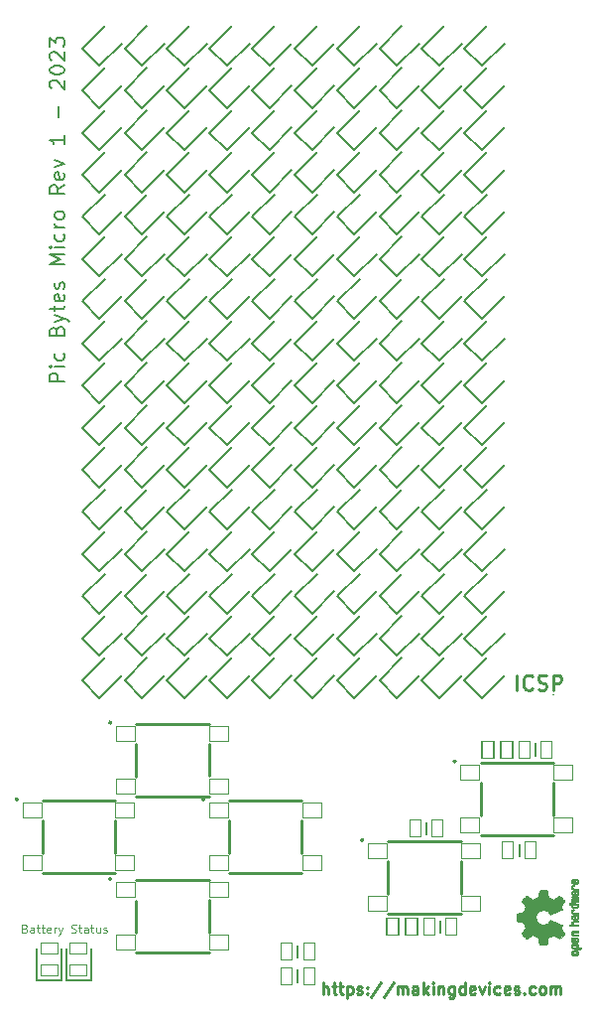
<source format=gbr>
%TF.GenerationSoftware,KiCad,Pcbnew,7.0.1*%
%TF.CreationDate,2023-08-02T19:59:42+02:00*%
%TF.ProjectId,PicBytesMicro,50696342-7974-4657-934d-6963726f2e6b,rev?*%
%TF.SameCoordinates,Original*%
%TF.FileFunction,Legend,Top*%
%TF.FilePolarity,Positive*%
%FSLAX46Y46*%
G04 Gerber Fmt 4.6, Leading zero omitted, Abs format (unit mm)*
G04 Created by KiCad (PCBNEW 7.0.1) date 2023-08-02 19:59:42*
%MOMM*%
%LPD*%
G01*
G04 APERTURE LIST*
G04 Aperture macros list*
%AMRoundRect*
0 Rectangle with rounded corners*
0 $1 Rounding radius*
0 $2 $3 $4 $5 $6 $7 $8 $9 X,Y pos of 4 corners*
0 Add a 4 corners polygon primitive as box body*
4,1,4,$2,$3,$4,$5,$6,$7,$8,$9,$2,$3,0*
0 Add four circle primitives for the rounded corners*
1,1,$1+$1,$2,$3*
1,1,$1+$1,$4,$5*
1,1,$1+$1,$6,$7*
1,1,$1+$1,$8,$9*
0 Add four rect primitives between the rounded corners*
20,1,$1+$1,$2,$3,$4,$5,0*
20,1,$1+$1,$4,$5,$6,$7,0*
20,1,$1+$1,$6,$7,$8,$9,0*
20,1,$1+$1,$8,$9,$2,$3,0*%
G04 Aperture macros list end*
%ADD10C,0.120000*%
%ADD11C,0.250000*%
%ADD12C,0.150000*%
%ADD13C,0.254000*%
%ADD14C,0.010000*%
%ADD15C,0.200000*%
%ADD16RoundRect,0.050000X0.159099X-0.830850X0.830850X-0.159099X-0.159099X0.830850X-0.830850X0.159099X0*%
%ADD17RoundRect,0.050000X0.700000X-0.475000X0.700000X0.475000X-0.700000X0.475000X-0.700000X-0.475000X0*%
%ADD18RoundRect,0.050000X-0.500000X-0.700000X0.500000X-0.700000X0.500000X0.700000X-0.500000X0.700000X0*%
%ADD19RoundRect,0.050000X-0.500000X-0.725000X0.500000X-0.725000X0.500000X0.725000X-0.500000X0.725000X0*%
%ADD20C,0.989000*%
%ADD21C,1.650000*%
%ADD22RoundRect,0.050000X0.775000X-0.650000X0.775000X0.650000X-0.775000X0.650000X-0.775000X-0.650000X0*%
%ADD23RoundRect,0.050000X0.510000X0.735000X-0.510000X0.735000X-0.510000X-0.735000X0.510000X-0.735000X0*%
%ADD24C,2.100000*%
%ADD25C,1.400000*%
G04 APERTURE END LIST*
D10*
X114000000Y-124547666D02*
X114100000Y-124581000D01*
X114100000Y-124581000D02*
X114133333Y-124614333D01*
X114133333Y-124614333D02*
X114166666Y-124681000D01*
X114166666Y-124681000D02*
X114166666Y-124781000D01*
X114166666Y-124781000D02*
X114133333Y-124847666D01*
X114133333Y-124847666D02*
X114100000Y-124881000D01*
X114100000Y-124881000D02*
X114033333Y-124914333D01*
X114033333Y-124914333D02*
X113766666Y-124914333D01*
X113766666Y-124914333D02*
X113766666Y-124214333D01*
X113766666Y-124214333D02*
X114000000Y-124214333D01*
X114000000Y-124214333D02*
X114066666Y-124247666D01*
X114066666Y-124247666D02*
X114100000Y-124281000D01*
X114100000Y-124281000D02*
X114133333Y-124347666D01*
X114133333Y-124347666D02*
X114133333Y-124414333D01*
X114133333Y-124414333D02*
X114100000Y-124481000D01*
X114100000Y-124481000D02*
X114066666Y-124514333D01*
X114066666Y-124514333D02*
X114000000Y-124547666D01*
X114000000Y-124547666D02*
X113766666Y-124547666D01*
X114766666Y-124914333D02*
X114766666Y-124547666D01*
X114766666Y-124547666D02*
X114733333Y-124481000D01*
X114733333Y-124481000D02*
X114666666Y-124447666D01*
X114666666Y-124447666D02*
X114533333Y-124447666D01*
X114533333Y-124447666D02*
X114466666Y-124481000D01*
X114766666Y-124881000D02*
X114700000Y-124914333D01*
X114700000Y-124914333D02*
X114533333Y-124914333D01*
X114533333Y-124914333D02*
X114466666Y-124881000D01*
X114466666Y-124881000D02*
X114433333Y-124814333D01*
X114433333Y-124814333D02*
X114433333Y-124747666D01*
X114433333Y-124747666D02*
X114466666Y-124681000D01*
X114466666Y-124681000D02*
X114533333Y-124647666D01*
X114533333Y-124647666D02*
X114700000Y-124647666D01*
X114700000Y-124647666D02*
X114766666Y-124614333D01*
X114999999Y-124447666D02*
X115266666Y-124447666D01*
X115099999Y-124214333D02*
X115099999Y-124814333D01*
X115099999Y-124814333D02*
X115133333Y-124881000D01*
X115133333Y-124881000D02*
X115199999Y-124914333D01*
X115199999Y-124914333D02*
X115266666Y-124914333D01*
X115399999Y-124447666D02*
X115666666Y-124447666D01*
X115499999Y-124214333D02*
X115499999Y-124814333D01*
X115499999Y-124814333D02*
X115533333Y-124881000D01*
X115533333Y-124881000D02*
X115599999Y-124914333D01*
X115599999Y-124914333D02*
X115666666Y-124914333D01*
X116166666Y-124881000D02*
X116099999Y-124914333D01*
X116099999Y-124914333D02*
X115966666Y-124914333D01*
X115966666Y-124914333D02*
X115899999Y-124881000D01*
X115899999Y-124881000D02*
X115866666Y-124814333D01*
X115866666Y-124814333D02*
X115866666Y-124547666D01*
X115866666Y-124547666D02*
X115899999Y-124481000D01*
X115899999Y-124481000D02*
X115966666Y-124447666D01*
X115966666Y-124447666D02*
X116099999Y-124447666D01*
X116099999Y-124447666D02*
X116166666Y-124481000D01*
X116166666Y-124481000D02*
X116199999Y-124547666D01*
X116199999Y-124547666D02*
X116199999Y-124614333D01*
X116199999Y-124614333D02*
X115866666Y-124681000D01*
X116499999Y-124914333D02*
X116499999Y-124447666D01*
X116499999Y-124581000D02*
X116533333Y-124514333D01*
X116533333Y-124514333D02*
X116566666Y-124481000D01*
X116566666Y-124481000D02*
X116633333Y-124447666D01*
X116633333Y-124447666D02*
X116699999Y-124447666D01*
X116866666Y-124447666D02*
X117033332Y-124914333D01*
X117199999Y-124447666D02*
X117033332Y-124914333D01*
X117033332Y-124914333D02*
X116966666Y-125081000D01*
X116966666Y-125081000D02*
X116933332Y-125114333D01*
X116933332Y-125114333D02*
X116866666Y-125147666D01*
X117966665Y-124881000D02*
X118066665Y-124914333D01*
X118066665Y-124914333D02*
X118233332Y-124914333D01*
X118233332Y-124914333D02*
X118299998Y-124881000D01*
X118299998Y-124881000D02*
X118333332Y-124847666D01*
X118333332Y-124847666D02*
X118366665Y-124781000D01*
X118366665Y-124781000D02*
X118366665Y-124714333D01*
X118366665Y-124714333D02*
X118333332Y-124647666D01*
X118333332Y-124647666D02*
X118299998Y-124614333D01*
X118299998Y-124614333D02*
X118233332Y-124581000D01*
X118233332Y-124581000D02*
X118099998Y-124547666D01*
X118099998Y-124547666D02*
X118033332Y-124514333D01*
X118033332Y-124514333D02*
X117999998Y-124481000D01*
X117999998Y-124481000D02*
X117966665Y-124414333D01*
X117966665Y-124414333D02*
X117966665Y-124347666D01*
X117966665Y-124347666D02*
X117999998Y-124281000D01*
X117999998Y-124281000D02*
X118033332Y-124247666D01*
X118033332Y-124247666D02*
X118099998Y-124214333D01*
X118099998Y-124214333D02*
X118266665Y-124214333D01*
X118266665Y-124214333D02*
X118366665Y-124247666D01*
X118566665Y-124447666D02*
X118833332Y-124447666D01*
X118666665Y-124214333D02*
X118666665Y-124814333D01*
X118666665Y-124814333D02*
X118699999Y-124881000D01*
X118699999Y-124881000D02*
X118766665Y-124914333D01*
X118766665Y-124914333D02*
X118833332Y-124914333D01*
X119366665Y-124914333D02*
X119366665Y-124547666D01*
X119366665Y-124547666D02*
X119333332Y-124481000D01*
X119333332Y-124481000D02*
X119266665Y-124447666D01*
X119266665Y-124447666D02*
X119133332Y-124447666D01*
X119133332Y-124447666D02*
X119066665Y-124481000D01*
X119366665Y-124881000D02*
X119299999Y-124914333D01*
X119299999Y-124914333D02*
X119133332Y-124914333D01*
X119133332Y-124914333D02*
X119066665Y-124881000D01*
X119066665Y-124881000D02*
X119033332Y-124814333D01*
X119033332Y-124814333D02*
X119033332Y-124747666D01*
X119033332Y-124747666D02*
X119066665Y-124681000D01*
X119066665Y-124681000D02*
X119133332Y-124647666D01*
X119133332Y-124647666D02*
X119299999Y-124647666D01*
X119299999Y-124647666D02*
X119366665Y-124614333D01*
X119599998Y-124447666D02*
X119866665Y-124447666D01*
X119699998Y-124214333D02*
X119699998Y-124814333D01*
X119699998Y-124814333D02*
X119733332Y-124881000D01*
X119733332Y-124881000D02*
X119799998Y-124914333D01*
X119799998Y-124914333D02*
X119866665Y-124914333D01*
X120399998Y-124447666D02*
X120399998Y-124914333D01*
X120099998Y-124447666D02*
X120099998Y-124814333D01*
X120099998Y-124814333D02*
X120133332Y-124881000D01*
X120133332Y-124881000D02*
X120199998Y-124914333D01*
X120199998Y-124914333D02*
X120299998Y-124914333D01*
X120299998Y-124914333D02*
X120366665Y-124881000D01*
X120366665Y-124881000D02*
X120399998Y-124847666D01*
X120699998Y-124881000D02*
X120766665Y-124914333D01*
X120766665Y-124914333D02*
X120899998Y-124914333D01*
X120899998Y-124914333D02*
X120966665Y-124881000D01*
X120966665Y-124881000D02*
X120999998Y-124814333D01*
X120999998Y-124814333D02*
X120999998Y-124781000D01*
X120999998Y-124781000D02*
X120966665Y-124714333D01*
X120966665Y-124714333D02*
X120899998Y-124681000D01*
X120899998Y-124681000D02*
X120799998Y-124681000D01*
X120799998Y-124681000D02*
X120733331Y-124647666D01*
X120733331Y-124647666D02*
X120699998Y-124581000D01*
X120699998Y-124581000D02*
X120699998Y-124547666D01*
X120699998Y-124547666D02*
X120733331Y-124481000D01*
X120733331Y-124481000D02*
X120799998Y-124447666D01*
X120799998Y-124447666D02*
X120899998Y-124447666D01*
X120899998Y-124447666D02*
X120966665Y-124481000D01*
D11*
X139457143Y-130162619D02*
X139457143Y-129162619D01*
X139885714Y-130162619D02*
X139885714Y-129638809D01*
X139885714Y-129638809D02*
X139838095Y-129543571D01*
X139838095Y-129543571D02*
X139742857Y-129495952D01*
X139742857Y-129495952D02*
X139600000Y-129495952D01*
X139600000Y-129495952D02*
X139504762Y-129543571D01*
X139504762Y-129543571D02*
X139457143Y-129591190D01*
X140219048Y-129495952D02*
X140600000Y-129495952D01*
X140361905Y-129162619D02*
X140361905Y-130019761D01*
X140361905Y-130019761D02*
X140409524Y-130115000D01*
X140409524Y-130115000D02*
X140504762Y-130162619D01*
X140504762Y-130162619D02*
X140600000Y-130162619D01*
X140790477Y-129495952D02*
X141171429Y-129495952D01*
X140933334Y-129162619D02*
X140933334Y-130019761D01*
X140933334Y-130019761D02*
X140980953Y-130115000D01*
X140980953Y-130115000D02*
X141076191Y-130162619D01*
X141076191Y-130162619D02*
X141171429Y-130162619D01*
X141504763Y-129495952D02*
X141504763Y-130495952D01*
X141504763Y-129543571D02*
X141600001Y-129495952D01*
X141600001Y-129495952D02*
X141790477Y-129495952D01*
X141790477Y-129495952D02*
X141885715Y-129543571D01*
X141885715Y-129543571D02*
X141933334Y-129591190D01*
X141933334Y-129591190D02*
X141980953Y-129686428D01*
X141980953Y-129686428D02*
X141980953Y-129972142D01*
X141980953Y-129972142D02*
X141933334Y-130067380D01*
X141933334Y-130067380D02*
X141885715Y-130115000D01*
X141885715Y-130115000D02*
X141790477Y-130162619D01*
X141790477Y-130162619D02*
X141600001Y-130162619D01*
X141600001Y-130162619D02*
X141504763Y-130115000D01*
X142361906Y-130115000D02*
X142457144Y-130162619D01*
X142457144Y-130162619D02*
X142647620Y-130162619D01*
X142647620Y-130162619D02*
X142742858Y-130115000D01*
X142742858Y-130115000D02*
X142790477Y-130019761D01*
X142790477Y-130019761D02*
X142790477Y-129972142D01*
X142790477Y-129972142D02*
X142742858Y-129876904D01*
X142742858Y-129876904D02*
X142647620Y-129829285D01*
X142647620Y-129829285D02*
X142504763Y-129829285D01*
X142504763Y-129829285D02*
X142409525Y-129781666D01*
X142409525Y-129781666D02*
X142361906Y-129686428D01*
X142361906Y-129686428D02*
X142361906Y-129638809D01*
X142361906Y-129638809D02*
X142409525Y-129543571D01*
X142409525Y-129543571D02*
X142504763Y-129495952D01*
X142504763Y-129495952D02*
X142647620Y-129495952D01*
X142647620Y-129495952D02*
X142742858Y-129543571D01*
X143219049Y-130067380D02*
X143266668Y-130115000D01*
X143266668Y-130115000D02*
X143219049Y-130162619D01*
X143219049Y-130162619D02*
X143171430Y-130115000D01*
X143171430Y-130115000D02*
X143219049Y-130067380D01*
X143219049Y-130067380D02*
X143219049Y-130162619D01*
X143219049Y-129543571D02*
X143266668Y-129591190D01*
X143266668Y-129591190D02*
X143219049Y-129638809D01*
X143219049Y-129638809D02*
X143171430Y-129591190D01*
X143171430Y-129591190D02*
X143219049Y-129543571D01*
X143219049Y-129543571D02*
X143219049Y-129638809D01*
X144409524Y-129115000D02*
X143552382Y-130400714D01*
X145457143Y-129115000D02*
X144600001Y-130400714D01*
X145790477Y-130162619D02*
X145790477Y-129495952D01*
X145790477Y-129591190D02*
X145838096Y-129543571D01*
X145838096Y-129543571D02*
X145933334Y-129495952D01*
X145933334Y-129495952D02*
X146076191Y-129495952D01*
X146076191Y-129495952D02*
X146171429Y-129543571D01*
X146171429Y-129543571D02*
X146219048Y-129638809D01*
X146219048Y-129638809D02*
X146219048Y-130162619D01*
X146219048Y-129638809D02*
X146266667Y-129543571D01*
X146266667Y-129543571D02*
X146361905Y-129495952D01*
X146361905Y-129495952D02*
X146504762Y-129495952D01*
X146504762Y-129495952D02*
X146600001Y-129543571D01*
X146600001Y-129543571D02*
X146647620Y-129638809D01*
X146647620Y-129638809D02*
X146647620Y-130162619D01*
X147552381Y-130162619D02*
X147552381Y-129638809D01*
X147552381Y-129638809D02*
X147504762Y-129543571D01*
X147504762Y-129543571D02*
X147409524Y-129495952D01*
X147409524Y-129495952D02*
X147219048Y-129495952D01*
X147219048Y-129495952D02*
X147123810Y-129543571D01*
X147552381Y-130115000D02*
X147457143Y-130162619D01*
X147457143Y-130162619D02*
X147219048Y-130162619D01*
X147219048Y-130162619D02*
X147123810Y-130115000D01*
X147123810Y-130115000D02*
X147076191Y-130019761D01*
X147076191Y-130019761D02*
X147076191Y-129924523D01*
X147076191Y-129924523D02*
X147123810Y-129829285D01*
X147123810Y-129829285D02*
X147219048Y-129781666D01*
X147219048Y-129781666D02*
X147457143Y-129781666D01*
X147457143Y-129781666D02*
X147552381Y-129734047D01*
X148028572Y-130162619D02*
X148028572Y-129162619D01*
X148123810Y-129781666D02*
X148409524Y-130162619D01*
X148409524Y-129495952D02*
X148028572Y-129876904D01*
X148838096Y-130162619D02*
X148838096Y-129495952D01*
X148838096Y-129162619D02*
X148790477Y-129210238D01*
X148790477Y-129210238D02*
X148838096Y-129257857D01*
X148838096Y-129257857D02*
X148885715Y-129210238D01*
X148885715Y-129210238D02*
X148838096Y-129162619D01*
X148838096Y-129162619D02*
X148838096Y-129257857D01*
X149314286Y-129495952D02*
X149314286Y-130162619D01*
X149314286Y-129591190D02*
X149361905Y-129543571D01*
X149361905Y-129543571D02*
X149457143Y-129495952D01*
X149457143Y-129495952D02*
X149600000Y-129495952D01*
X149600000Y-129495952D02*
X149695238Y-129543571D01*
X149695238Y-129543571D02*
X149742857Y-129638809D01*
X149742857Y-129638809D02*
X149742857Y-130162619D01*
X150647619Y-129495952D02*
X150647619Y-130305476D01*
X150647619Y-130305476D02*
X150600000Y-130400714D01*
X150600000Y-130400714D02*
X150552381Y-130448333D01*
X150552381Y-130448333D02*
X150457143Y-130495952D01*
X150457143Y-130495952D02*
X150314286Y-130495952D01*
X150314286Y-130495952D02*
X150219048Y-130448333D01*
X150647619Y-130115000D02*
X150552381Y-130162619D01*
X150552381Y-130162619D02*
X150361905Y-130162619D01*
X150361905Y-130162619D02*
X150266667Y-130115000D01*
X150266667Y-130115000D02*
X150219048Y-130067380D01*
X150219048Y-130067380D02*
X150171429Y-129972142D01*
X150171429Y-129972142D02*
X150171429Y-129686428D01*
X150171429Y-129686428D02*
X150219048Y-129591190D01*
X150219048Y-129591190D02*
X150266667Y-129543571D01*
X150266667Y-129543571D02*
X150361905Y-129495952D01*
X150361905Y-129495952D02*
X150552381Y-129495952D01*
X150552381Y-129495952D02*
X150647619Y-129543571D01*
X151552381Y-130162619D02*
X151552381Y-129162619D01*
X151552381Y-130115000D02*
X151457143Y-130162619D01*
X151457143Y-130162619D02*
X151266667Y-130162619D01*
X151266667Y-130162619D02*
X151171429Y-130115000D01*
X151171429Y-130115000D02*
X151123810Y-130067380D01*
X151123810Y-130067380D02*
X151076191Y-129972142D01*
X151076191Y-129972142D02*
X151076191Y-129686428D01*
X151076191Y-129686428D02*
X151123810Y-129591190D01*
X151123810Y-129591190D02*
X151171429Y-129543571D01*
X151171429Y-129543571D02*
X151266667Y-129495952D01*
X151266667Y-129495952D02*
X151457143Y-129495952D01*
X151457143Y-129495952D02*
X151552381Y-129543571D01*
X152409524Y-130115000D02*
X152314286Y-130162619D01*
X152314286Y-130162619D02*
X152123810Y-130162619D01*
X152123810Y-130162619D02*
X152028572Y-130115000D01*
X152028572Y-130115000D02*
X151980953Y-130019761D01*
X151980953Y-130019761D02*
X151980953Y-129638809D01*
X151980953Y-129638809D02*
X152028572Y-129543571D01*
X152028572Y-129543571D02*
X152123810Y-129495952D01*
X152123810Y-129495952D02*
X152314286Y-129495952D01*
X152314286Y-129495952D02*
X152409524Y-129543571D01*
X152409524Y-129543571D02*
X152457143Y-129638809D01*
X152457143Y-129638809D02*
X152457143Y-129734047D01*
X152457143Y-129734047D02*
X151980953Y-129829285D01*
X152790477Y-129495952D02*
X153028572Y-130162619D01*
X153028572Y-130162619D02*
X153266667Y-129495952D01*
X153647620Y-130162619D02*
X153647620Y-129495952D01*
X153647620Y-129162619D02*
X153600001Y-129210238D01*
X153600001Y-129210238D02*
X153647620Y-129257857D01*
X153647620Y-129257857D02*
X153695239Y-129210238D01*
X153695239Y-129210238D02*
X153647620Y-129162619D01*
X153647620Y-129162619D02*
X153647620Y-129257857D01*
X154552381Y-130115000D02*
X154457143Y-130162619D01*
X154457143Y-130162619D02*
X154266667Y-130162619D01*
X154266667Y-130162619D02*
X154171429Y-130115000D01*
X154171429Y-130115000D02*
X154123810Y-130067380D01*
X154123810Y-130067380D02*
X154076191Y-129972142D01*
X154076191Y-129972142D02*
X154076191Y-129686428D01*
X154076191Y-129686428D02*
X154123810Y-129591190D01*
X154123810Y-129591190D02*
X154171429Y-129543571D01*
X154171429Y-129543571D02*
X154266667Y-129495952D01*
X154266667Y-129495952D02*
X154457143Y-129495952D01*
X154457143Y-129495952D02*
X154552381Y-129543571D01*
X155361905Y-130115000D02*
X155266667Y-130162619D01*
X155266667Y-130162619D02*
X155076191Y-130162619D01*
X155076191Y-130162619D02*
X154980953Y-130115000D01*
X154980953Y-130115000D02*
X154933334Y-130019761D01*
X154933334Y-130019761D02*
X154933334Y-129638809D01*
X154933334Y-129638809D02*
X154980953Y-129543571D01*
X154980953Y-129543571D02*
X155076191Y-129495952D01*
X155076191Y-129495952D02*
X155266667Y-129495952D01*
X155266667Y-129495952D02*
X155361905Y-129543571D01*
X155361905Y-129543571D02*
X155409524Y-129638809D01*
X155409524Y-129638809D02*
X155409524Y-129734047D01*
X155409524Y-129734047D02*
X154933334Y-129829285D01*
X155790477Y-130115000D02*
X155885715Y-130162619D01*
X155885715Y-130162619D02*
X156076191Y-130162619D01*
X156076191Y-130162619D02*
X156171429Y-130115000D01*
X156171429Y-130115000D02*
X156219048Y-130019761D01*
X156219048Y-130019761D02*
X156219048Y-129972142D01*
X156219048Y-129972142D02*
X156171429Y-129876904D01*
X156171429Y-129876904D02*
X156076191Y-129829285D01*
X156076191Y-129829285D02*
X155933334Y-129829285D01*
X155933334Y-129829285D02*
X155838096Y-129781666D01*
X155838096Y-129781666D02*
X155790477Y-129686428D01*
X155790477Y-129686428D02*
X155790477Y-129638809D01*
X155790477Y-129638809D02*
X155838096Y-129543571D01*
X155838096Y-129543571D02*
X155933334Y-129495952D01*
X155933334Y-129495952D02*
X156076191Y-129495952D01*
X156076191Y-129495952D02*
X156171429Y-129543571D01*
X156647620Y-130067380D02*
X156695239Y-130115000D01*
X156695239Y-130115000D02*
X156647620Y-130162619D01*
X156647620Y-130162619D02*
X156600001Y-130115000D01*
X156600001Y-130115000D02*
X156647620Y-130067380D01*
X156647620Y-130067380D02*
X156647620Y-130162619D01*
X157552381Y-130115000D02*
X157457143Y-130162619D01*
X157457143Y-130162619D02*
X157266667Y-130162619D01*
X157266667Y-130162619D02*
X157171429Y-130115000D01*
X157171429Y-130115000D02*
X157123810Y-130067380D01*
X157123810Y-130067380D02*
X157076191Y-129972142D01*
X157076191Y-129972142D02*
X157076191Y-129686428D01*
X157076191Y-129686428D02*
X157123810Y-129591190D01*
X157123810Y-129591190D02*
X157171429Y-129543571D01*
X157171429Y-129543571D02*
X157266667Y-129495952D01*
X157266667Y-129495952D02*
X157457143Y-129495952D01*
X157457143Y-129495952D02*
X157552381Y-129543571D01*
X158123810Y-130162619D02*
X158028572Y-130115000D01*
X158028572Y-130115000D02*
X157980953Y-130067380D01*
X157980953Y-130067380D02*
X157933334Y-129972142D01*
X157933334Y-129972142D02*
X157933334Y-129686428D01*
X157933334Y-129686428D02*
X157980953Y-129591190D01*
X157980953Y-129591190D02*
X158028572Y-129543571D01*
X158028572Y-129543571D02*
X158123810Y-129495952D01*
X158123810Y-129495952D02*
X158266667Y-129495952D01*
X158266667Y-129495952D02*
X158361905Y-129543571D01*
X158361905Y-129543571D02*
X158409524Y-129591190D01*
X158409524Y-129591190D02*
X158457143Y-129686428D01*
X158457143Y-129686428D02*
X158457143Y-129972142D01*
X158457143Y-129972142D02*
X158409524Y-130067380D01*
X158409524Y-130067380D02*
X158361905Y-130115000D01*
X158361905Y-130115000D02*
X158266667Y-130162619D01*
X158266667Y-130162619D02*
X158123810Y-130162619D01*
X158885715Y-130162619D02*
X158885715Y-129495952D01*
X158885715Y-129591190D02*
X158933334Y-129543571D01*
X158933334Y-129543571D02*
X159028572Y-129495952D01*
X159028572Y-129495952D02*
X159171429Y-129495952D01*
X159171429Y-129495952D02*
X159266667Y-129543571D01*
X159266667Y-129543571D02*
X159314286Y-129638809D01*
X159314286Y-129638809D02*
X159314286Y-130162619D01*
X159314286Y-129638809D02*
X159361905Y-129543571D01*
X159361905Y-129543571D02*
X159457143Y-129495952D01*
X159457143Y-129495952D02*
X159600000Y-129495952D01*
X159600000Y-129495952D02*
X159695239Y-129543571D01*
X159695239Y-129543571D02*
X159742858Y-129638809D01*
X159742858Y-129638809D02*
X159742858Y-130162619D01*
D12*
X117387526Y-77935237D02*
X116117526Y-77935237D01*
X116117526Y-77935237D02*
X116117526Y-77451427D01*
X116117526Y-77451427D02*
X116178002Y-77330475D01*
X116178002Y-77330475D02*
X116238478Y-77269998D01*
X116238478Y-77269998D02*
X116359430Y-77209522D01*
X116359430Y-77209522D02*
X116540859Y-77209522D01*
X116540859Y-77209522D02*
X116661811Y-77269998D01*
X116661811Y-77269998D02*
X116722288Y-77330475D01*
X116722288Y-77330475D02*
X116782764Y-77451427D01*
X116782764Y-77451427D02*
X116782764Y-77935237D01*
X117387526Y-76665237D02*
X116540859Y-76665237D01*
X116117526Y-76665237D02*
X116178002Y-76725713D01*
X116178002Y-76725713D02*
X116238478Y-76665237D01*
X116238478Y-76665237D02*
X116178002Y-76604760D01*
X116178002Y-76604760D02*
X116117526Y-76665237D01*
X116117526Y-76665237D02*
X116238478Y-76665237D01*
X117327050Y-75516189D02*
X117387526Y-75637141D01*
X117387526Y-75637141D02*
X117387526Y-75879046D01*
X117387526Y-75879046D02*
X117327050Y-75999998D01*
X117327050Y-75999998D02*
X117266573Y-76060475D01*
X117266573Y-76060475D02*
X117145621Y-76120951D01*
X117145621Y-76120951D02*
X116782764Y-76120951D01*
X116782764Y-76120951D02*
X116661811Y-76060475D01*
X116661811Y-76060475D02*
X116601335Y-75999998D01*
X116601335Y-75999998D02*
X116540859Y-75879046D01*
X116540859Y-75879046D02*
X116540859Y-75637141D01*
X116540859Y-75637141D02*
X116601335Y-75516189D01*
X116722288Y-73580951D02*
X116782764Y-73399523D01*
X116782764Y-73399523D02*
X116843240Y-73339046D01*
X116843240Y-73339046D02*
X116964192Y-73278570D01*
X116964192Y-73278570D02*
X117145621Y-73278570D01*
X117145621Y-73278570D02*
X117266573Y-73339046D01*
X117266573Y-73339046D02*
X117327050Y-73399523D01*
X117327050Y-73399523D02*
X117387526Y-73520475D01*
X117387526Y-73520475D02*
X117387526Y-74004285D01*
X117387526Y-74004285D02*
X116117526Y-74004285D01*
X116117526Y-74004285D02*
X116117526Y-73580951D01*
X116117526Y-73580951D02*
X116178002Y-73459999D01*
X116178002Y-73459999D02*
X116238478Y-73399523D01*
X116238478Y-73399523D02*
X116359430Y-73339046D01*
X116359430Y-73339046D02*
X116480383Y-73339046D01*
X116480383Y-73339046D02*
X116601335Y-73399523D01*
X116601335Y-73399523D02*
X116661811Y-73459999D01*
X116661811Y-73459999D02*
X116722288Y-73580951D01*
X116722288Y-73580951D02*
X116722288Y-74004285D01*
X116540859Y-72855237D02*
X117387526Y-72552856D01*
X116540859Y-72250475D02*
X117387526Y-72552856D01*
X117387526Y-72552856D02*
X117689907Y-72673808D01*
X117689907Y-72673808D02*
X117750383Y-72734285D01*
X117750383Y-72734285D02*
X117810859Y-72855237D01*
X116540859Y-71948094D02*
X116540859Y-71464285D01*
X116117526Y-71766666D02*
X117206097Y-71766666D01*
X117206097Y-71766666D02*
X117327050Y-71706189D01*
X117327050Y-71706189D02*
X117387526Y-71585237D01*
X117387526Y-71585237D02*
X117387526Y-71464285D01*
X117327050Y-70557142D02*
X117387526Y-70678094D01*
X117387526Y-70678094D02*
X117387526Y-70919999D01*
X117387526Y-70919999D02*
X117327050Y-71040952D01*
X117327050Y-71040952D02*
X117206097Y-71101428D01*
X117206097Y-71101428D02*
X116722288Y-71101428D01*
X116722288Y-71101428D02*
X116601335Y-71040952D01*
X116601335Y-71040952D02*
X116540859Y-70919999D01*
X116540859Y-70919999D02*
X116540859Y-70678094D01*
X116540859Y-70678094D02*
X116601335Y-70557142D01*
X116601335Y-70557142D02*
X116722288Y-70496666D01*
X116722288Y-70496666D02*
X116843240Y-70496666D01*
X116843240Y-70496666D02*
X116964192Y-71101428D01*
X117327050Y-70012857D02*
X117387526Y-69891904D01*
X117387526Y-69891904D02*
X117387526Y-69650000D01*
X117387526Y-69650000D02*
X117327050Y-69529047D01*
X117327050Y-69529047D02*
X117206097Y-69468571D01*
X117206097Y-69468571D02*
X117145621Y-69468571D01*
X117145621Y-69468571D02*
X117024669Y-69529047D01*
X117024669Y-69529047D02*
X116964192Y-69650000D01*
X116964192Y-69650000D02*
X116964192Y-69831428D01*
X116964192Y-69831428D02*
X116903716Y-69952381D01*
X116903716Y-69952381D02*
X116782764Y-70012857D01*
X116782764Y-70012857D02*
X116722288Y-70012857D01*
X116722288Y-70012857D02*
X116601335Y-69952381D01*
X116601335Y-69952381D02*
X116540859Y-69831428D01*
X116540859Y-69831428D02*
X116540859Y-69650000D01*
X116540859Y-69650000D02*
X116601335Y-69529047D01*
X117387526Y-67956667D02*
X116117526Y-67956667D01*
X116117526Y-67956667D02*
X117024669Y-67533333D01*
X117024669Y-67533333D02*
X116117526Y-67110000D01*
X116117526Y-67110000D02*
X117387526Y-67110000D01*
X117387526Y-66505238D02*
X116540859Y-66505238D01*
X116117526Y-66505238D02*
X116178002Y-66565714D01*
X116178002Y-66565714D02*
X116238478Y-66505238D01*
X116238478Y-66505238D02*
X116178002Y-66444761D01*
X116178002Y-66444761D02*
X116117526Y-66505238D01*
X116117526Y-66505238D02*
X116238478Y-66505238D01*
X117327050Y-65356190D02*
X117387526Y-65477142D01*
X117387526Y-65477142D02*
X117387526Y-65719047D01*
X117387526Y-65719047D02*
X117327050Y-65839999D01*
X117327050Y-65839999D02*
X117266573Y-65900476D01*
X117266573Y-65900476D02*
X117145621Y-65960952D01*
X117145621Y-65960952D02*
X116782764Y-65960952D01*
X116782764Y-65960952D02*
X116661811Y-65900476D01*
X116661811Y-65900476D02*
X116601335Y-65839999D01*
X116601335Y-65839999D02*
X116540859Y-65719047D01*
X116540859Y-65719047D02*
X116540859Y-65477142D01*
X116540859Y-65477142D02*
X116601335Y-65356190D01*
X117387526Y-64811905D02*
X116540859Y-64811905D01*
X116782764Y-64811905D02*
X116661811Y-64751428D01*
X116661811Y-64751428D02*
X116601335Y-64690952D01*
X116601335Y-64690952D02*
X116540859Y-64570000D01*
X116540859Y-64570000D02*
X116540859Y-64449047D01*
X117387526Y-63844286D02*
X117327050Y-63965238D01*
X117327050Y-63965238D02*
X117266573Y-64025715D01*
X117266573Y-64025715D02*
X117145621Y-64086191D01*
X117145621Y-64086191D02*
X116782764Y-64086191D01*
X116782764Y-64086191D02*
X116661811Y-64025715D01*
X116661811Y-64025715D02*
X116601335Y-63965238D01*
X116601335Y-63965238D02*
X116540859Y-63844286D01*
X116540859Y-63844286D02*
X116540859Y-63662857D01*
X116540859Y-63662857D02*
X116601335Y-63541905D01*
X116601335Y-63541905D02*
X116661811Y-63481429D01*
X116661811Y-63481429D02*
X116782764Y-63420953D01*
X116782764Y-63420953D02*
X117145621Y-63420953D01*
X117145621Y-63420953D02*
X117266573Y-63481429D01*
X117266573Y-63481429D02*
X117327050Y-63541905D01*
X117327050Y-63541905D02*
X117387526Y-63662857D01*
X117387526Y-63662857D02*
X117387526Y-63844286D01*
X117387526Y-61183333D02*
X116782764Y-61606667D01*
X117387526Y-61909048D02*
X116117526Y-61909048D01*
X116117526Y-61909048D02*
X116117526Y-61425238D01*
X116117526Y-61425238D02*
X116178002Y-61304286D01*
X116178002Y-61304286D02*
X116238478Y-61243809D01*
X116238478Y-61243809D02*
X116359430Y-61183333D01*
X116359430Y-61183333D02*
X116540859Y-61183333D01*
X116540859Y-61183333D02*
X116661811Y-61243809D01*
X116661811Y-61243809D02*
X116722288Y-61304286D01*
X116722288Y-61304286D02*
X116782764Y-61425238D01*
X116782764Y-61425238D02*
X116782764Y-61909048D01*
X117327050Y-60155238D02*
X117387526Y-60276190D01*
X117387526Y-60276190D02*
X117387526Y-60518095D01*
X117387526Y-60518095D02*
X117327050Y-60639048D01*
X117327050Y-60639048D02*
X117206097Y-60699524D01*
X117206097Y-60699524D02*
X116722288Y-60699524D01*
X116722288Y-60699524D02*
X116601335Y-60639048D01*
X116601335Y-60639048D02*
X116540859Y-60518095D01*
X116540859Y-60518095D02*
X116540859Y-60276190D01*
X116540859Y-60276190D02*
X116601335Y-60155238D01*
X116601335Y-60155238D02*
X116722288Y-60094762D01*
X116722288Y-60094762D02*
X116843240Y-60094762D01*
X116843240Y-60094762D02*
X116964192Y-60699524D01*
X116540859Y-59671429D02*
X117387526Y-59369048D01*
X117387526Y-59369048D02*
X116540859Y-59066667D01*
X117387526Y-56950000D02*
X117387526Y-57675715D01*
X117387526Y-57312858D02*
X116117526Y-57312858D01*
X116117526Y-57312858D02*
X116298954Y-57433810D01*
X116298954Y-57433810D02*
X116419907Y-57554762D01*
X116419907Y-57554762D02*
X116480383Y-57675715D01*
X116903716Y-55438096D02*
X116903716Y-54470477D01*
X116238478Y-52958572D02*
X116178002Y-52898096D01*
X116178002Y-52898096D02*
X116117526Y-52777143D01*
X116117526Y-52777143D02*
X116117526Y-52474762D01*
X116117526Y-52474762D02*
X116178002Y-52353810D01*
X116178002Y-52353810D02*
X116238478Y-52293334D01*
X116238478Y-52293334D02*
X116359430Y-52232857D01*
X116359430Y-52232857D02*
X116480383Y-52232857D01*
X116480383Y-52232857D02*
X116661811Y-52293334D01*
X116661811Y-52293334D02*
X117387526Y-53019048D01*
X117387526Y-53019048D02*
X117387526Y-52232857D01*
X116117526Y-51446667D02*
X116117526Y-51325714D01*
X116117526Y-51325714D02*
X116178002Y-51204762D01*
X116178002Y-51204762D02*
X116238478Y-51144286D01*
X116238478Y-51144286D02*
X116359430Y-51083810D01*
X116359430Y-51083810D02*
X116601335Y-51023333D01*
X116601335Y-51023333D02*
X116903716Y-51023333D01*
X116903716Y-51023333D02*
X117145621Y-51083810D01*
X117145621Y-51083810D02*
X117266573Y-51144286D01*
X117266573Y-51144286D02*
X117327050Y-51204762D01*
X117327050Y-51204762D02*
X117387526Y-51325714D01*
X117387526Y-51325714D02*
X117387526Y-51446667D01*
X117387526Y-51446667D02*
X117327050Y-51567619D01*
X117327050Y-51567619D02*
X117266573Y-51628095D01*
X117266573Y-51628095D02*
X117145621Y-51688572D01*
X117145621Y-51688572D02*
X116903716Y-51749048D01*
X116903716Y-51749048D02*
X116601335Y-51749048D01*
X116601335Y-51749048D02*
X116359430Y-51688572D01*
X116359430Y-51688572D02*
X116238478Y-51628095D01*
X116238478Y-51628095D02*
X116178002Y-51567619D01*
X116178002Y-51567619D02*
X116117526Y-51446667D01*
X116238478Y-50539524D02*
X116178002Y-50479048D01*
X116178002Y-50479048D02*
X116117526Y-50358095D01*
X116117526Y-50358095D02*
X116117526Y-50055714D01*
X116117526Y-50055714D02*
X116178002Y-49934762D01*
X116178002Y-49934762D02*
X116238478Y-49874286D01*
X116238478Y-49874286D02*
X116359430Y-49813809D01*
X116359430Y-49813809D02*
X116480383Y-49813809D01*
X116480383Y-49813809D02*
X116661811Y-49874286D01*
X116661811Y-49874286D02*
X117387526Y-50600000D01*
X117387526Y-50600000D02*
X117387526Y-49813809D01*
X116117526Y-49390476D02*
X116117526Y-48604285D01*
X116117526Y-48604285D02*
X116601335Y-49027619D01*
X116601335Y-49027619D02*
X116601335Y-48846190D01*
X116601335Y-48846190D02*
X116661811Y-48725238D01*
X116661811Y-48725238D02*
X116722288Y-48664762D01*
X116722288Y-48664762D02*
X116843240Y-48604285D01*
X116843240Y-48604285D02*
X117145621Y-48604285D01*
X117145621Y-48604285D02*
X117266573Y-48664762D01*
X117266573Y-48664762D02*
X117327050Y-48725238D01*
X117327050Y-48725238D02*
X117387526Y-48846190D01*
X117387526Y-48846190D02*
X117387526Y-49209047D01*
X117387526Y-49209047D02*
X117327050Y-49330000D01*
X117327050Y-49330000D02*
X117266573Y-49390476D01*
D13*
%TO.C,ICSP*%
X155995237Y-104222526D02*
X155995237Y-102952526D01*
X157325714Y-104101573D02*
X157265238Y-104162050D01*
X157265238Y-104162050D02*
X157083809Y-104222526D01*
X157083809Y-104222526D02*
X156962857Y-104222526D01*
X156962857Y-104222526D02*
X156781428Y-104162050D01*
X156781428Y-104162050D02*
X156660476Y-104041097D01*
X156660476Y-104041097D02*
X156599999Y-103920145D01*
X156599999Y-103920145D02*
X156539523Y-103678240D01*
X156539523Y-103678240D02*
X156539523Y-103496811D01*
X156539523Y-103496811D02*
X156599999Y-103254907D01*
X156599999Y-103254907D02*
X156660476Y-103133954D01*
X156660476Y-103133954D02*
X156781428Y-103013002D01*
X156781428Y-103013002D02*
X156962857Y-102952526D01*
X156962857Y-102952526D02*
X157083809Y-102952526D01*
X157083809Y-102952526D02*
X157265238Y-103013002D01*
X157265238Y-103013002D02*
X157325714Y-103073478D01*
X157809523Y-104162050D02*
X157990952Y-104222526D01*
X157990952Y-104222526D02*
X158293333Y-104222526D01*
X158293333Y-104222526D02*
X158414285Y-104162050D01*
X158414285Y-104162050D02*
X158474761Y-104101573D01*
X158474761Y-104101573D02*
X158535238Y-103980621D01*
X158535238Y-103980621D02*
X158535238Y-103859669D01*
X158535238Y-103859669D02*
X158474761Y-103738716D01*
X158474761Y-103738716D02*
X158414285Y-103678240D01*
X158414285Y-103678240D02*
X158293333Y-103617764D01*
X158293333Y-103617764D02*
X158051428Y-103557288D01*
X158051428Y-103557288D02*
X157930476Y-103496811D01*
X157930476Y-103496811D02*
X157869999Y-103436335D01*
X157869999Y-103436335D02*
X157809523Y-103315383D01*
X157809523Y-103315383D02*
X157809523Y-103194430D01*
X157809523Y-103194430D02*
X157869999Y-103073478D01*
X157869999Y-103073478D02*
X157930476Y-103013002D01*
X157930476Y-103013002D02*
X158051428Y-102952526D01*
X158051428Y-102952526D02*
X158353809Y-102952526D01*
X158353809Y-102952526D02*
X158535238Y-103013002D01*
X159079523Y-104222526D02*
X159079523Y-102952526D01*
X159079523Y-102952526D02*
X159563333Y-102952526D01*
X159563333Y-102952526D02*
X159684285Y-103013002D01*
X159684285Y-103013002D02*
X159744762Y-103073478D01*
X159744762Y-103073478D02*
X159805238Y-103194430D01*
X159805238Y-103194430D02*
X159805238Y-103375859D01*
X159805238Y-103375859D02*
X159744762Y-103496811D01*
X159744762Y-103496811D02*
X159684285Y-103557288D01*
X159684285Y-103557288D02*
X159563333Y-103617764D01*
X159563333Y-103617764D02*
X159079523Y-103617764D01*
%TO.C,REF\u002A\u002A*%
D14*
X161211127Y-121860674D02*
X161239429Y-121892325D01*
X161250893Y-121920110D01*
X161250168Y-121958085D01*
X161248321Y-121973160D01*
X161242948Y-122020274D01*
X161239869Y-122059244D01*
X161239585Y-122068743D01*
X161241445Y-122100767D01*
X161246114Y-122146568D01*
X161248321Y-122164326D01*
X161251735Y-122207943D01*
X161244320Y-122237255D01*
X161221427Y-122266320D01*
X161211127Y-122276812D01*
X161165196Y-122322743D01*
X160678602Y-122322743D01*
X160661758Y-122285774D01*
X160649282Y-122253941D01*
X160644914Y-122235317D01*
X160658718Y-122230542D01*
X160697286Y-122226079D01*
X160756356Y-122222225D01*
X160831663Y-122219278D01*
X160895286Y-122217857D01*
X161145657Y-122213886D01*
X161150556Y-122179241D01*
X161147131Y-122147732D01*
X161136041Y-122132292D01*
X161115308Y-122127977D01*
X161071145Y-122124292D01*
X161009146Y-122121531D01*
X160934909Y-122119988D01*
X160896706Y-122119765D01*
X160676783Y-122119543D01*
X160660849Y-122073834D01*
X160650015Y-122041482D01*
X160644962Y-122023885D01*
X160644914Y-122023377D01*
X160658648Y-122021612D01*
X160696730Y-122019671D01*
X160754482Y-122017718D01*
X160827227Y-122015916D01*
X160895286Y-122014657D01*
X161145657Y-122010686D01*
X161145657Y-121923600D01*
X160917240Y-121919604D01*
X160688822Y-121915608D01*
X160666868Y-121873153D01*
X160651793Y-121841808D01*
X160644951Y-121823256D01*
X160644914Y-121822721D01*
X160658663Y-121820167D01*
X160696850Y-121817952D01*
X160754886Y-121816216D01*
X160828180Y-121815101D01*
X160905055Y-121814743D01*
X161165196Y-121814743D01*
X161211127Y-121860674D01*
G36*
X161211127Y-121860674D02*
G01*
X161239429Y-121892325D01*
X161250893Y-121920110D01*
X161250168Y-121958085D01*
X161248321Y-121973160D01*
X161242948Y-122020274D01*
X161239869Y-122059244D01*
X161239585Y-122068743D01*
X161241445Y-122100767D01*
X161246114Y-122146568D01*
X161248321Y-122164326D01*
X161251735Y-122207943D01*
X161244320Y-122237255D01*
X161221427Y-122266320D01*
X161211127Y-122276812D01*
X161165196Y-122322743D01*
X160678602Y-122322743D01*
X160661758Y-122285774D01*
X160649282Y-122253941D01*
X160644914Y-122235317D01*
X160658718Y-122230542D01*
X160697286Y-122226079D01*
X160756356Y-122222225D01*
X160831663Y-122219278D01*
X160895286Y-122217857D01*
X161145657Y-122213886D01*
X161150556Y-122179241D01*
X161147131Y-122147732D01*
X161136041Y-122132292D01*
X161115308Y-122127977D01*
X161071145Y-122124292D01*
X161009146Y-122121531D01*
X160934909Y-122119988D01*
X160896706Y-122119765D01*
X160676783Y-122119543D01*
X160660849Y-122073834D01*
X160650015Y-122041482D01*
X160644962Y-122023885D01*
X160644914Y-122023377D01*
X160658648Y-122021612D01*
X160696730Y-122019671D01*
X160754482Y-122017718D01*
X160827227Y-122015916D01*
X160895286Y-122014657D01*
X161145657Y-122010686D01*
X161145657Y-121923600D01*
X160917240Y-121919604D01*
X160688822Y-121915608D01*
X160666868Y-121873153D01*
X160651793Y-121841808D01*
X160644951Y-121823256D01*
X160644914Y-121822721D01*
X160658663Y-121820167D01*
X160696850Y-121817952D01*
X160754886Y-121816216D01*
X160828180Y-121815101D01*
X160905055Y-121814743D01*
X161165196Y-121814743D01*
X161211127Y-121860674D01*
G37*
X160860413Y-126865174D02*
X160808159Y-126862904D01*
X160771949Y-126857932D01*
X160745299Y-126849287D01*
X160721722Y-126835995D01*
X160717338Y-126833057D01*
X160658249Y-126783687D01*
X160623947Y-126729891D01*
X160610331Y-126664398D01*
X160609665Y-126642158D01*
X160610426Y-126637008D01*
X160746514Y-126637008D01*
X160752152Y-126672636D01*
X160771686Y-126697006D01*
X160809042Y-126711907D01*
X160868150Y-126719125D01*
X160930192Y-126720571D01*
X160996430Y-126719727D01*
X161040386Y-126716404D01*
X161068779Y-126709417D01*
X161088325Y-126697584D01*
X161094857Y-126691543D01*
X161119680Y-126656814D01*
X161118548Y-126623097D01*
X161097016Y-126589005D01*
X161074029Y-126568671D01*
X161040478Y-126556629D01*
X160987569Y-126549866D01*
X160981399Y-126549402D01*
X160885513Y-126548248D01*
X160814299Y-126560312D01*
X160768194Y-126585430D01*
X160747635Y-126623440D01*
X160746514Y-126637008D01*
X160610426Y-126637008D01*
X160621962Y-126558885D01*
X160657733Y-126490855D01*
X160715301Y-126440649D01*
X160752312Y-126422815D01*
X160807882Y-126408937D01*
X160878096Y-126401833D01*
X160954727Y-126401160D01*
X161029552Y-126406573D01*
X161094342Y-126417730D01*
X161140873Y-126434286D01*
X161148887Y-126439374D01*
X161208707Y-126499645D01*
X161244535Y-126571231D01*
X161255020Y-126648908D01*
X161238810Y-126727452D01*
X161229092Y-126749311D01*
X161199143Y-126791878D01*
X161159433Y-126829237D01*
X161154397Y-126832768D01*
X161130124Y-126847119D01*
X161104178Y-126856606D01*
X161070022Y-126862210D01*
X161021119Y-126864914D01*
X160950935Y-126865701D01*
X160935200Y-126865714D01*
X160930192Y-126865678D01*
X160860413Y-126865174D01*
G36*
X160860413Y-126865174D02*
G01*
X160808159Y-126862904D01*
X160771949Y-126857932D01*
X160745299Y-126849287D01*
X160721722Y-126835995D01*
X160717338Y-126833057D01*
X160658249Y-126783687D01*
X160623947Y-126729891D01*
X160610331Y-126664398D01*
X160609665Y-126642158D01*
X160610426Y-126637008D01*
X160746514Y-126637008D01*
X160752152Y-126672636D01*
X160771686Y-126697006D01*
X160809042Y-126711907D01*
X160868150Y-126719125D01*
X160930192Y-126720571D01*
X160996430Y-126719727D01*
X161040386Y-126716404D01*
X161068779Y-126709417D01*
X161088325Y-126697584D01*
X161094857Y-126691543D01*
X161119680Y-126656814D01*
X161118548Y-126623097D01*
X161097016Y-126589005D01*
X161074029Y-126568671D01*
X161040478Y-126556629D01*
X160987569Y-126549866D01*
X160981399Y-126549402D01*
X160885513Y-126548248D01*
X160814299Y-126560312D01*
X160768194Y-126585430D01*
X160747635Y-126623440D01*
X160746514Y-126637008D01*
X160610426Y-126637008D01*
X160621962Y-126558885D01*
X160657733Y-126490855D01*
X160715301Y-126440649D01*
X160752312Y-126422815D01*
X160807882Y-126408937D01*
X160878096Y-126401833D01*
X160954727Y-126401160D01*
X161029552Y-126406573D01*
X161094342Y-126417730D01*
X161140873Y-126434286D01*
X161148887Y-126439374D01*
X161208707Y-126499645D01*
X161244535Y-126571231D01*
X161255020Y-126648908D01*
X161238810Y-126727452D01*
X161229092Y-126749311D01*
X161199143Y-126791878D01*
X161159433Y-126829237D01*
X161154397Y-126832768D01*
X161130124Y-126847119D01*
X161104178Y-126856606D01*
X161070022Y-126862210D01*
X161021119Y-126864914D01*
X160950935Y-126865701D01*
X160935200Y-126865714D01*
X160930192Y-126865678D01*
X160860413Y-126865174D01*
G37*
X160862249Y-120738715D02*
X160795384Y-120731804D01*
X160746695Y-120718116D01*
X160710849Y-120695904D01*
X160682513Y-120663426D01*
X160673355Y-120649267D01*
X160649507Y-120584947D01*
X160648135Y-120520590D01*
X160746364Y-120520590D01*
X160750122Y-120569678D01*
X160777884Y-120610773D01*
X160827152Y-120639242D01*
X160866257Y-120648369D01*
X160906247Y-120651993D01*
X160931126Y-120650977D01*
X160935200Y-120648444D01*
X160929665Y-120631726D01*
X160915017Y-120595751D01*
X160894190Y-120547669D01*
X160889714Y-120537614D01*
X160858814Y-120476848D01*
X160831657Y-120443368D01*
X160806220Y-120436010D01*
X160780481Y-120453609D01*
X160769109Y-120468144D01*
X160746364Y-120520590D01*
X160648135Y-120520590D01*
X160648006Y-120514527D01*
X160666966Y-120446405D01*
X160704497Y-120388979D01*
X160738096Y-120361281D01*
X160799064Y-120339338D01*
X160847308Y-120337595D01*
X160911816Y-120341543D01*
X160976934Y-120490314D01*
X161010202Y-120562651D01*
X161036964Y-120609916D01*
X161060144Y-120634493D01*
X161082667Y-120638763D01*
X161107455Y-120625111D01*
X161123886Y-120610057D01*
X161150235Y-120566254D01*
X161152081Y-120518611D01*
X161131546Y-120474855D01*
X161090752Y-120442711D01*
X161076347Y-120436962D01*
X161031356Y-120409424D01*
X161012182Y-120377742D01*
X160995779Y-120334286D01*
X161057966Y-120334286D01*
X161100283Y-120338128D01*
X161135969Y-120353177D01*
X161176943Y-120384720D01*
X161182267Y-120389408D01*
X161218720Y-120424494D01*
X161238283Y-120454653D01*
X161247283Y-120492385D01*
X161250230Y-120523665D01*
X161250965Y-120579615D01*
X161241660Y-120619445D01*
X161227846Y-120644292D01*
X161197467Y-120683344D01*
X161164613Y-120710375D01*
X161123294Y-120727483D01*
X161067521Y-120736762D01*
X160991305Y-120740307D01*
X160952622Y-120740590D01*
X160906247Y-120739628D01*
X160862249Y-120738715D01*
G36*
X160862249Y-120738715D02*
G01*
X160795384Y-120731804D01*
X160746695Y-120718116D01*
X160710849Y-120695904D01*
X160682513Y-120663426D01*
X160673355Y-120649267D01*
X160649507Y-120584947D01*
X160648135Y-120520590D01*
X160746364Y-120520590D01*
X160750122Y-120569678D01*
X160777884Y-120610773D01*
X160827152Y-120639242D01*
X160866257Y-120648369D01*
X160906247Y-120651993D01*
X160931126Y-120650977D01*
X160935200Y-120648444D01*
X160929665Y-120631726D01*
X160915017Y-120595751D01*
X160894190Y-120547669D01*
X160889714Y-120537614D01*
X160858814Y-120476848D01*
X160831657Y-120443368D01*
X160806220Y-120436010D01*
X160780481Y-120453609D01*
X160769109Y-120468144D01*
X160746364Y-120520590D01*
X160648135Y-120520590D01*
X160648006Y-120514527D01*
X160666966Y-120446405D01*
X160704497Y-120388979D01*
X160738096Y-120361281D01*
X160799064Y-120339338D01*
X160847308Y-120337595D01*
X160911816Y-120341543D01*
X160976934Y-120490314D01*
X161010202Y-120562651D01*
X161036964Y-120609916D01*
X161060144Y-120634493D01*
X161082667Y-120638763D01*
X161107455Y-120625111D01*
X161123886Y-120610057D01*
X161150235Y-120566254D01*
X161152081Y-120518611D01*
X161131546Y-120474855D01*
X161090752Y-120442711D01*
X161076347Y-120436962D01*
X161031356Y-120409424D01*
X161012182Y-120377742D01*
X160995779Y-120334286D01*
X161057966Y-120334286D01*
X161100283Y-120338128D01*
X161135969Y-120353177D01*
X161176943Y-120384720D01*
X161182267Y-120389408D01*
X161218720Y-120424494D01*
X161238283Y-120454653D01*
X161247283Y-120492385D01*
X161250230Y-120523665D01*
X161250965Y-120579615D01*
X161241660Y-120619445D01*
X161227846Y-120644292D01*
X161197467Y-120683344D01*
X161164613Y-120710375D01*
X161123294Y-120727483D01*
X161067521Y-120736762D01*
X160991305Y-120740307D01*
X160952622Y-120740590D01*
X160906247Y-120739628D01*
X160862249Y-120738715D01*
G37*
X161240044Y-124808314D02*
X161267697Y-124870000D01*
X161027670Y-124877257D01*
X160938028Y-124880256D01*
X160872962Y-124883402D01*
X160828026Y-124887299D01*
X160798770Y-124892553D01*
X160780748Y-124899769D01*
X160769511Y-124909550D01*
X160767079Y-124912688D01*
X160748083Y-124960239D01*
X160755600Y-125008303D01*
X160775543Y-125036914D01*
X160789675Y-125048553D01*
X160808220Y-125056609D01*
X160836334Y-125061729D01*
X160879173Y-125064559D01*
X160941895Y-125065744D01*
X161007261Y-125065943D01*
X161089268Y-125065982D01*
X161147316Y-125067386D01*
X161186465Y-125072086D01*
X161211780Y-125082013D01*
X161228323Y-125099097D01*
X161241156Y-125125268D01*
X161254491Y-125160225D01*
X161269007Y-125198404D01*
X161011389Y-125193859D01*
X160918519Y-125192029D01*
X160849889Y-125189888D01*
X160800711Y-125186819D01*
X160766198Y-125182206D01*
X160741562Y-125175432D01*
X160722016Y-125165881D01*
X160704770Y-125154366D01*
X160649680Y-125098810D01*
X160617822Y-125031020D01*
X160610191Y-124957287D01*
X160627780Y-124883907D01*
X160654723Y-124837328D01*
X160681466Y-124804943D01*
X160709484Y-124781258D01*
X160743748Y-124764941D01*
X160789227Y-124754661D01*
X160850892Y-124749086D01*
X160933711Y-124746884D01*
X160993246Y-124746629D01*
X161212391Y-124746629D01*
X161240044Y-124808314D01*
G36*
X161240044Y-124808314D02*
G01*
X161267697Y-124870000D01*
X161027670Y-124877257D01*
X160938028Y-124880256D01*
X160872962Y-124883402D01*
X160828026Y-124887299D01*
X160798770Y-124892553D01*
X160780748Y-124899769D01*
X160769511Y-124909550D01*
X160767079Y-124912688D01*
X160748083Y-124960239D01*
X160755600Y-125008303D01*
X160775543Y-125036914D01*
X160789675Y-125048553D01*
X160808220Y-125056609D01*
X160836334Y-125061729D01*
X160879173Y-125064559D01*
X160941895Y-125065744D01*
X161007261Y-125065943D01*
X161089268Y-125065982D01*
X161147316Y-125067386D01*
X161186465Y-125072086D01*
X161211780Y-125082013D01*
X161228323Y-125099097D01*
X161241156Y-125125268D01*
X161254491Y-125160225D01*
X161269007Y-125198404D01*
X161011389Y-125193859D01*
X160918519Y-125192029D01*
X160849889Y-125189888D01*
X160800711Y-125186819D01*
X160766198Y-125182206D01*
X160741562Y-125175432D01*
X160722016Y-125165881D01*
X160704770Y-125154366D01*
X160649680Y-125098810D01*
X160617822Y-125031020D01*
X160610191Y-124957287D01*
X160627780Y-124883907D01*
X160654723Y-124837328D01*
X160681466Y-124804943D01*
X160709484Y-124781258D01*
X160743748Y-124764941D01*
X160789227Y-124754661D01*
X160850892Y-124749086D01*
X160933711Y-124746884D01*
X160993246Y-124746629D01*
X161212391Y-124746629D01*
X161240044Y-124808314D01*
G37*
X160856927Y-120839721D02*
X160875357Y-120865933D01*
X160886516Y-120894036D01*
X160888572Y-120906905D01*
X160873649Y-120913171D01*
X160841175Y-120925544D01*
X160826502Y-120930972D01*
X160775744Y-120961410D01*
X160750427Y-121005480D01*
X160751206Y-121061990D01*
X160752203Y-121066175D01*
X160766507Y-121096345D01*
X160794393Y-121118524D01*
X160839287Y-121133673D01*
X160904615Y-121142750D01*
X160993804Y-121146714D01*
X161041261Y-121147086D01*
X161116071Y-121147270D01*
X161167069Y-121148478D01*
X161199471Y-121151691D01*
X161218495Y-121157891D01*
X161229356Y-121168060D01*
X161237272Y-121183181D01*
X161237670Y-121184054D01*
X161249981Y-121213172D01*
X161254514Y-121227597D01*
X161240809Y-121229814D01*
X161202925Y-121231711D01*
X161145715Y-121233153D01*
X161074027Y-121234002D01*
X161021565Y-121234171D01*
X160920047Y-121233308D01*
X160843032Y-121229930D01*
X160786023Y-121222858D01*
X160744526Y-121210912D01*
X160714043Y-121192910D01*
X160690080Y-121167673D01*
X160673355Y-121142753D01*
X160651097Y-121082829D01*
X160646076Y-121013089D01*
X160658752Y-120947400D01*
X160666334Y-120930052D01*
X160699128Y-120888644D01*
X160746547Y-120853235D01*
X160797151Y-120831336D01*
X160822098Y-120827771D01*
X160856927Y-120839721D01*
G36*
X160856927Y-120839721D02*
G01*
X160875357Y-120865933D01*
X160886516Y-120894036D01*
X160888572Y-120906905D01*
X160873649Y-120913171D01*
X160841175Y-120925544D01*
X160826502Y-120930972D01*
X160775744Y-120961410D01*
X160750427Y-121005480D01*
X160751206Y-121061990D01*
X160752203Y-121066175D01*
X160766507Y-121096345D01*
X160794393Y-121118524D01*
X160839287Y-121133673D01*
X160904615Y-121142750D01*
X160993804Y-121146714D01*
X161041261Y-121147086D01*
X161116071Y-121147270D01*
X161167069Y-121148478D01*
X161199471Y-121151691D01*
X161218495Y-121157891D01*
X161229356Y-121168060D01*
X161237272Y-121183181D01*
X161237670Y-121184054D01*
X161249981Y-121213172D01*
X161254514Y-121227597D01*
X161240809Y-121229814D01*
X161202925Y-121231711D01*
X161145715Y-121233153D01*
X161074027Y-121234002D01*
X161021565Y-121234171D01*
X160920047Y-121233308D01*
X160843032Y-121229930D01*
X160786023Y-121222858D01*
X160744526Y-121210912D01*
X160714043Y-121192910D01*
X160690080Y-121167673D01*
X160673355Y-121142753D01*
X160651097Y-121082829D01*
X160646076Y-121013089D01*
X160658752Y-120947400D01*
X160666334Y-120930052D01*
X160699128Y-120888644D01*
X160746547Y-120853235D01*
X160797151Y-120831336D01*
X160822098Y-120827771D01*
X160856927Y-120839721D01*
G37*
X160858568Y-122827190D02*
X160790086Y-122815274D01*
X160738600Y-122792865D01*
X160698443Y-122757876D01*
X160677861Y-122730625D01*
X160655625Y-122681093D01*
X160647837Y-122637776D01*
X160748843Y-122637776D01*
X160770159Y-122686204D01*
X160778073Y-122695550D01*
X160795647Y-122711460D01*
X160816587Y-122721390D01*
X160847782Y-122726722D01*
X160896122Y-122728837D01*
X160945647Y-122729143D01*
X161010550Y-122728524D01*
X161053514Y-122725686D01*
X161081622Y-122719160D01*
X161101953Y-122707477D01*
X161117288Y-122693517D01*
X161146890Y-122646635D01*
X161149419Y-122596299D01*
X161124705Y-122548724D01*
X161121356Y-122545021D01*
X161103935Y-122529217D01*
X161083209Y-122519307D01*
X161052362Y-122513942D01*
X161004577Y-122511772D01*
X160951748Y-122511429D01*
X160885381Y-122512173D01*
X160841106Y-122515252D01*
X160812009Y-122521939D01*
X160791173Y-122533504D01*
X160780107Y-122542987D01*
X160752198Y-122587040D01*
X160748843Y-122637776D01*
X160647837Y-122637776D01*
X160645304Y-122623684D01*
X160648067Y-122570318D01*
X160659212Y-122540457D01*
X160662383Y-122528739D01*
X160650557Y-122520963D01*
X160618866Y-122515535D01*
X160570593Y-122511429D01*
X160516829Y-122506933D01*
X160484482Y-122500687D01*
X160465985Y-122489324D01*
X160453770Y-122469472D01*
X160448362Y-122457000D01*
X160428601Y-122409829D01*
X160765358Y-122409883D01*
X160873837Y-122410067D01*
X160957287Y-122410781D01*
X161019704Y-122412325D01*
X161065085Y-122414999D01*
X161097429Y-122419106D01*
X161120733Y-122424945D01*
X161138995Y-122432818D01*
X161149418Y-122438779D01*
X161205945Y-122488145D01*
X161241377Y-122550736D01*
X161254090Y-122619987D01*
X161242463Y-122689332D01*
X161221568Y-122730625D01*
X161185422Y-122773975D01*
X161141276Y-122803519D01*
X161083462Y-122821345D01*
X161006313Y-122829537D01*
X160949714Y-122830698D01*
X160945647Y-122830542D01*
X160858568Y-122827190D01*
G36*
X160858568Y-122827190D02*
G01*
X160790086Y-122815274D01*
X160738600Y-122792865D01*
X160698443Y-122757876D01*
X160677861Y-122730625D01*
X160655625Y-122681093D01*
X160647837Y-122637776D01*
X160748843Y-122637776D01*
X160770159Y-122686204D01*
X160778073Y-122695550D01*
X160795647Y-122711460D01*
X160816587Y-122721390D01*
X160847782Y-122726722D01*
X160896122Y-122728837D01*
X160945647Y-122729143D01*
X161010550Y-122728524D01*
X161053514Y-122725686D01*
X161081622Y-122719160D01*
X161101953Y-122707477D01*
X161117288Y-122693517D01*
X161146890Y-122646635D01*
X161149419Y-122596299D01*
X161124705Y-122548724D01*
X161121356Y-122545021D01*
X161103935Y-122529217D01*
X161083209Y-122519307D01*
X161052362Y-122513942D01*
X161004577Y-122511772D01*
X160951748Y-122511429D01*
X160885381Y-122512173D01*
X160841106Y-122515252D01*
X160812009Y-122521939D01*
X160791173Y-122533504D01*
X160780107Y-122542987D01*
X160752198Y-122587040D01*
X160748843Y-122637776D01*
X160647837Y-122637776D01*
X160645304Y-122623684D01*
X160648067Y-122570318D01*
X160659212Y-122540457D01*
X160662383Y-122528739D01*
X160650557Y-122520963D01*
X160618866Y-122515535D01*
X160570593Y-122511429D01*
X160516829Y-122506933D01*
X160484482Y-122500687D01*
X160465985Y-122489324D01*
X160453770Y-122469472D01*
X160448362Y-122457000D01*
X160428601Y-122409829D01*
X160765358Y-122409883D01*
X160873837Y-122410067D01*
X160957287Y-122410781D01*
X161019704Y-122412325D01*
X161065085Y-122414999D01*
X161097429Y-122419106D01*
X161120733Y-122424945D01*
X161138995Y-122432818D01*
X161149418Y-122438779D01*
X161205945Y-122488145D01*
X161241377Y-122550736D01*
X161254090Y-122619987D01*
X161242463Y-122689332D01*
X161221568Y-122730625D01*
X161185422Y-122773975D01*
X161141276Y-122803519D01*
X161083462Y-122821345D01*
X161006313Y-122829537D01*
X160949714Y-122830698D01*
X160945647Y-122830542D01*
X160858568Y-122827190D01*
G37*
X161238580Y-123950509D02*
X161249420Y-123982973D01*
X161254468Y-124000785D01*
X161254514Y-124001309D01*
X161240828Y-124003063D01*
X161203076Y-124004556D01*
X161146224Y-124005674D01*
X161075234Y-124006303D01*
X161032073Y-124006400D01*
X160946973Y-124006602D01*
X160885981Y-124007642D01*
X160844177Y-124010169D01*
X160816642Y-124014836D01*
X160798456Y-124022293D01*
X160784698Y-124033189D01*
X160778073Y-124039993D01*
X160751375Y-124086728D01*
X160749375Y-124137728D01*
X160771955Y-124183999D01*
X160780107Y-124192556D01*
X160795436Y-124205107D01*
X160813618Y-124213812D01*
X160839909Y-124219369D01*
X160879562Y-124222474D01*
X160937832Y-124223824D01*
X161018173Y-124224114D01*
X161222646Y-124224114D01*
X161238580Y-124269823D01*
X161249420Y-124302287D01*
X161254468Y-124320099D01*
X161254514Y-124320623D01*
X161240623Y-124321963D01*
X161201439Y-124323172D01*
X161140700Y-124324199D01*
X161062141Y-124324998D01*
X160969498Y-124325519D01*
X160866509Y-124325714D01*
X160469342Y-124325714D01*
X160449444Y-124278543D01*
X160429547Y-124231371D01*
X160551289Y-124224114D01*
X160610613Y-124219861D01*
X160645572Y-124214975D01*
X160660820Y-124208205D01*
X160661015Y-124198298D01*
X160659195Y-124195086D01*
X160646015Y-124152356D01*
X160646785Y-124096773D01*
X160660333Y-124040263D01*
X160677861Y-124004918D01*
X160705861Y-123968679D01*
X160737549Y-123942187D01*
X160777813Y-123924001D01*
X160831543Y-123912678D01*
X160903626Y-123906778D01*
X160998951Y-123904857D01*
X161017237Y-123904823D01*
X161222646Y-123904800D01*
X161238580Y-123950509D01*
G36*
X161238580Y-123950509D02*
G01*
X161249420Y-123982973D01*
X161254468Y-124000785D01*
X161254514Y-124001309D01*
X161240828Y-124003063D01*
X161203076Y-124004556D01*
X161146224Y-124005674D01*
X161075234Y-124006303D01*
X161032073Y-124006400D01*
X160946973Y-124006602D01*
X160885981Y-124007642D01*
X160844177Y-124010169D01*
X160816642Y-124014836D01*
X160798456Y-124022293D01*
X160784698Y-124033189D01*
X160778073Y-124039993D01*
X160751375Y-124086728D01*
X160749375Y-124137728D01*
X160771955Y-124183999D01*
X160780107Y-124192556D01*
X160795436Y-124205107D01*
X160813618Y-124213812D01*
X160839909Y-124219369D01*
X160879562Y-124222474D01*
X160937832Y-124223824D01*
X161018173Y-124224114D01*
X161222646Y-124224114D01*
X161238580Y-124269823D01*
X161249420Y-124302287D01*
X161254468Y-124320099D01*
X161254514Y-124320623D01*
X161240623Y-124321963D01*
X161201439Y-124323172D01*
X161140700Y-124324199D01*
X161062141Y-124324998D01*
X160969498Y-124325519D01*
X160866509Y-124325714D01*
X160469342Y-124325714D01*
X160449444Y-124278543D01*
X160429547Y-124231371D01*
X160551289Y-124224114D01*
X160610613Y-124219861D01*
X160645572Y-124214975D01*
X160660820Y-124208205D01*
X160661015Y-124198298D01*
X160659195Y-124195086D01*
X160646015Y-124152356D01*
X160646785Y-124096773D01*
X160660333Y-124040263D01*
X160677861Y-124004918D01*
X160705861Y-123968679D01*
X160737549Y-123942187D01*
X160777813Y-123924001D01*
X160831543Y-123912678D01*
X160903626Y-123906778D01*
X160998951Y-123904857D01*
X161017237Y-123904823D01*
X161222646Y-123904800D01*
X161238580Y-123950509D01*
G37*
X161231678Y-123438284D02*
X161247110Y-123470237D01*
X161254423Y-123489530D01*
X161254514Y-123490422D01*
X161241022Y-123493761D01*
X161204626Y-123496413D01*
X161151452Y-123498044D01*
X161108393Y-123498400D01*
X161038641Y-123498408D01*
X160994837Y-123501597D01*
X160973944Y-123512712D01*
X160972925Y-123536499D01*
X160988741Y-123577704D01*
X161017815Y-123639914D01*
X161041963Y-123685659D01*
X161062913Y-123709187D01*
X161085747Y-123716104D01*
X161086877Y-123716114D01*
X161126212Y-123704701D01*
X161147462Y-123670908D01*
X161150539Y-123619191D01*
X161150006Y-123581939D01*
X161160735Y-123562297D01*
X161186505Y-123550048D01*
X161219337Y-123542998D01*
X161237966Y-123553158D01*
X161240632Y-123556983D01*
X161251340Y-123592999D01*
X161252856Y-123643434D01*
X161245759Y-123695374D01*
X161232788Y-123732178D01*
X161189585Y-123783062D01*
X161129446Y-123811986D01*
X161082462Y-123817714D01*
X161040082Y-123813343D01*
X161005488Y-123797525D01*
X160974763Y-123766203D01*
X160943990Y-123715322D01*
X160909252Y-123640824D01*
X160907288Y-123636286D01*
X160876287Y-123569179D01*
X160850862Y-123527768D01*
X160828014Y-123510019D01*
X160804745Y-123513893D01*
X160778056Y-123537357D01*
X160771914Y-123544373D01*
X160748100Y-123591370D01*
X160749103Y-123640067D01*
X160772451Y-123682478D01*
X160815675Y-123710616D01*
X160824160Y-123713231D01*
X160865308Y-123738692D01*
X160885128Y-123770999D01*
X160904770Y-123817714D01*
X160853950Y-123817714D01*
X160780082Y-123803504D01*
X160712327Y-123761325D01*
X160689661Y-123739376D01*
X160660569Y-123689483D01*
X160647400Y-123626033D01*
X160650968Y-123560256D01*
X160672087Y-123503384D01*
X160672493Y-123502733D01*
X160698380Y-123467560D01*
X160728633Y-123441593D01*
X160768058Y-123423330D01*
X160821462Y-123411268D01*
X160893651Y-123403904D01*
X160989432Y-123399736D01*
X161003078Y-123399371D01*
X161208842Y-123394124D01*
X161231678Y-123438284D01*
G36*
X161231678Y-123438284D02*
G01*
X161247110Y-123470237D01*
X161254423Y-123489530D01*
X161254514Y-123490422D01*
X161241022Y-123493761D01*
X161204626Y-123496413D01*
X161151452Y-123498044D01*
X161108393Y-123498400D01*
X161038641Y-123498408D01*
X160994837Y-123501597D01*
X160973944Y-123512712D01*
X160972925Y-123536499D01*
X160988741Y-123577704D01*
X161017815Y-123639914D01*
X161041963Y-123685659D01*
X161062913Y-123709187D01*
X161085747Y-123716104D01*
X161086877Y-123716114D01*
X161126212Y-123704701D01*
X161147462Y-123670908D01*
X161150539Y-123619191D01*
X161150006Y-123581939D01*
X161160735Y-123562297D01*
X161186505Y-123550048D01*
X161219337Y-123542998D01*
X161237966Y-123553158D01*
X161240632Y-123556983D01*
X161251340Y-123592999D01*
X161252856Y-123643434D01*
X161245759Y-123695374D01*
X161232788Y-123732178D01*
X161189585Y-123783062D01*
X161129446Y-123811986D01*
X161082462Y-123817714D01*
X161040082Y-123813343D01*
X161005488Y-123797525D01*
X160974763Y-123766203D01*
X160943990Y-123715322D01*
X160909252Y-123640824D01*
X160907288Y-123636286D01*
X160876287Y-123569179D01*
X160850862Y-123527768D01*
X160828014Y-123510019D01*
X160804745Y-123513893D01*
X160778056Y-123537357D01*
X160771914Y-123544373D01*
X160748100Y-123591370D01*
X160749103Y-123640067D01*
X160772451Y-123682478D01*
X160815675Y-123710616D01*
X160824160Y-123713231D01*
X160865308Y-123738692D01*
X160885128Y-123770999D01*
X160904770Y-123817714D01*
X160853950Y-123817714D01*
X160780082Y-123803504D01*
X160712327Y-123761325D01*
X160689661Y-123739376D01*
X160660569Y-123689483D01*
X160647400Y-123626033D01*
X160650968Y-123560256D01*
X160672087Y-123503384D01*
X160672493Y-123502733D01*
X160698380Y-123467560D01*
X160728633Y-123441593D01*
X160768058Y-123423330D01*
X160821462Y-123411268D01*
X160893651Y-123403904D01*
X160989432Y-123399736D01*
X161003078Y-123399371D01*
X161208842Y-123394124D01*
X161231678Y-123438284D01*
G37*
X158567839Y-121382943D02*
X158575995Y-121425337D01*
X158587899Y-121488600D01*
X158602116Y-121565038D01*
X158617210Y-121646957D01*
X158621355Y-121669600D01*
X158636053Y-121745194D01*
X158650505Y-121811047D01*
X158663375Y-121861634D01*
X158673322Y-121891426D01*
X158676287Y-121896388D01*
X158697283Y-121908574D01*
X158737967Y-121926047D01*
X158790322Y-121945423D01*
X158801600Y-121949266D01*
X158871523Y-121974661D01*
X158950418Y-122006183D01*
X159021266Y-122037031D01*
X159021595Y-122037183D01*
X159132733Y-122088553D01*
X159381253Y-121919601D01*
X159629772Y-121750648D01*
X159847058Y-121967571D01*
X159911726Y-122033181D01*
X159968733Y-122093021D01*
X160015033Y-122143733D01*
X160047584Y-122181954D01*
X160063343Y-122204325D01*
X160064343Y-122207534D01*
X160056469Y-122226374D01*
X160034578Y-122264820D01*
X160001267Y-122318670D01*
X159959131Y-122383724D01*
X159911943Y-122454060D01*
X159863810Y-122525445D01*
X159821928Y-122589092D01*
X159788871Y-122640959D01*
X159767218Y-122677005D01*
X159759543Y-122693133D01*
X159766037Y-122712811D01*
X159783150Y-122750125D01*
X159807326Y-122797379D01*
X159810013Y-122802388D01*
X159841927Y-122866023D01*
X159857579Y-122909659D01*
X159857745Y-122936798D01*
X159843204Y-122950943D01*
X159843000Y-122951025D01*
X159825779Y-122958095D01*
X159784899Y-122974958D01*
X159723525Y-123000305D01*
X159644819Y-123032829D01*
X159551947Y-123071222D01*
X159448072Y-123114178D01*
X159347502Y-123155778D01*
X159236516Y-123201496D01*
X159133703Y-123243474D01*
X159042215Y-123280452D01*
X158965201Y-123311173D01*
X158905815Y-123334378D01*
X158867209Y-123348810D01*
X158852800Y-123353257D01*
X158836272Y-123342104D01*
X158809930Y-123312931D01*
X158780887Y-123274029D01*
X158689039Y-123163243D01*
X158583759Y-123076649D01*
X158467266Y-123015284D01*
X158341776Y-122980185D01*
X158209507Y-122972392D01*
X158148457Y-122978057D01*
X158021795Y-123008922D01*
X157909941Y-123062080D01*
X157814001Y-123134233D01*
X157735076Y-123222083D01*
X157674270Y-123322335D01*
X157632687Y-123431690D01*
X157611428Y-123546853D01*
X157611599Y-123664525D01*
X157634301Y-123781410D01*
X157680638Y-123894211D01*
X157751713Y-123999631D01*
X157791911Y-124043632D01*
X157895129Y-124128021D01*
X158007925Y-124186778D01*
X158127010Y-124220296D01*
X158249095Y-124228965D01*
X158370893Y-124213177D01*
X158489116Y-124173322D01*
X158600475Y-124109793D01*
X158701684Y-124022979D01*
X158780887Y-123925971D01*
X158811162Y-123885563D01*
X158837219Y-123857018D01*
X158852825Y-123846743D01*
X158869843Y-123852123D01*
X158910500Y-123867425D01*
X158971642Y-123891388D01*
X159050119Y-123922756D01*
X159142780Y-123960268D01*
X159246472Y-124002667D01*
X159347526Y-124044337D01*
X159458607Y-124090310D01*
X159561541Y-124132893D01*
X159653165Y-124170779D01*
X159730316Y-124202660D01*
X159789831Y-124227229D01*
X159828544Y-124243180D01*
X159843000Y-124249090D01*
X159857685Y-124263052D01*
X159857642Y-124290060D01*
X159842099Y-124333587D01*
X159810284Y-124397110D01*
X159810013Y-124397612D01*
X159785323Y-124445440D01*
X159767338Y-124484103D01*
X159759614Y-124505905D01*
X159759543Y-124506867D01*
X159767378Y-124523279D01*
X159789165Y-124559513D01*
X159822328Y-124611526D01*
X159864291Y-124675275D01*
X159911943Y-124745940D01*
X159960191Y-124817884D01*
X160002151Y-124882726D01*
X160035227Y-124936265D01*
X160056821Y-124974303D01*
X160064343Y-124992467D01*
X160054457Y-125009192D01*
X160026826Y-125042820D01*
X159984495Y-125089990D01*
X159930505Y-125147342D01*
X159867899Y-125211516D01*
X159846983Y-125232503D01*
X159629623Y-125449501D01*
X159387220Y-125284332D01*
X159312781Y-125234136D01*
X159245972Y-125190081D01*
X159190665Y-125154638D01*
X159150729Y-125130281D01*
X159130036Y-125119478D01*
X159128563Y-125119162D01*
X159109058Y-125124857D01*
X159069822Y-125140174D01*
X159017430Y-125162463D01*
X158982355Y-125178107D01*
X158915201Y-125207359D01*
X158847358Y-125234906D01*
X158790034Y-125256263D01*
X158772572Y-125262065D01*
X158725938Y-125278548D01*
X158689905Y-125294660D01*
X158676287Y-125303510D01*
X158667952Y-125323040D01*
X158656137Y-125365666D01*
X158642181Y-125425855D01*
X158627422Y-125498078D01*
X158621355Y-125530400D01*
X158606273Y-125612478D01*
X158591669Y-125691205D01*
X158578980Y-125758891D01*
X158569642Y-125807840D01*
X158567839Y-125817057D01*
X158552799Y-125893257D01*
X158235492Y-125893257D01*
X158131154Y-125893086D01*
X158052213Y-125892384D01*
X157995038Y-125890866D01*
X157955999Y-125888251D01*
X157931465Y-125884254D01*
X157917805Y-125878591D01*
X157911389Y-125870980D01*
X157910199Y-125867857D01*
X157905980Y-125849022D01*
X157897562Y-125807412D01*
X157885961Y-125748370D01*
X157872195Y-125677243D01*
X157857280Y-125599375D01*
X157842232Y-125520113D01*
X157828069Y-125444802D01*
X157815806Y-125378787D01*
X157806461Y-125327413D01*
X157801050Y-125296025D01*
X157800114Y-125289041D01*
X157787596Y-125282715D01*
X157754246Y-125268710D01*
X157706377Y-125249645D01*
X157687629Y-125242366D01*
X157615195Y-125213004D01*
X157535170Y-125178429D01*
X157467728Y-125147463D01*
X157416159Y-125124677D01*
X157373785Y-125109518D01*
X157347834Y-125104458D01*
X157344356Y-125105264D01*
X157327936Y-125115959D01*
X157291417Y-125140380D01*
X157238687Y-125175905D01*
X157173635Y-125219913D01*
X157100151Y-125269783D01*
X157085645Y-125279644D01*
X156999704Y-125337508D01*
X156934261Y-125380044D01*
X156886304Y-125408946D01*
X156852820Y-125425910D01*
X156830795Y-125432633D01*
X156817217Y-125430810D01*
X156817131Y-125430764D01*
X156799297Y-125416414D01*
X156764817Y-125384677D01*
X156717268Y-125338990D01*
X156660222Y-125282796D01*
X156597255Y-125219532D01*
X156590227Y-125212398D01*
X156513020Y-125132670D01*
X156456330Y-125071143D01*
X156419110Y-125026579D01*
X156400315Y-124997743D01*
X156397889Y-124985042D01*
X156408471Y-124966506D01*
X156432916Y-124928039D01*
X156468612Y-124873614D01*
X156512947Y-124807202D01*
X156563311Y-124732775D01*
X156575160Y-124715399D01*
X156743626Y-124468703D01*
X156693062Y-124357294D01*
X156663595Y-124289543D01*
X156633959Y-124216817D01*
X156610330Y-124154297D01*
X156609358Y-124151543D01*
X156591457Y-124102640D01*
X156576320Y-124064943D01*
X156567210Y-124046575D01*
X156567184Y-124046544D01*
X156550717Y-124040715D01*
X156510219Y-124030808D01*
X156450242Y-124017805D01*
X156375340Y-124002691D01*
X156290064Y-123986448D01*
X156282875Y-123985119D01*
X156195014Y-123968825D01*
X156115260Y-123953867D01*
X156048681Y-123941209D01*
X156000347Y-123931814D01*
X155975325Y-123926646D01*
X155974943Y-123926556D01*
X155964299Y-123923411D01*
X155956262Y-123917296D01*
X155950467Y-123904547D01*
X155946547Y-123881500D01*
X155944135Y-123844491D01*
X155942865Y-123789856D01*
X155942371Y-123713933D01*
X155942286Y-123613056D01*
X155942286Y-123600000D01*
X155942348Y-123496090D01*
X155942778Y-123417546D01*
X155943942Y-123360702D01*
X155946207Y-123321895D01*
X155949940Y-123297462D01*
X155955506Y-123283738D01*
X155963273Y-123277060D01*
X155973605Y-123273764D01*
X155974943Y-123273444D01*
X155999079Y-123268438D01*
X156046701Y-123259171D01*
X156112741Y-123246608D01*
X156192128Y-123231713D01*
X156279796Y-123215449D01*
X156282875Y-123214881D01*
X156368789Y-123198590D01*
X156444696Y-123183348D01*
X156506045Y-123170139D01*
X156548282Y-123159946D01*
X156566855Y-123153752D01*
X156567184Y-123153457D01*
X156576253Y-123135212D01*
X156591367Y-123097595D01*
X156609262Y-123048729D01*
X156609358Y-123048457D01*
X156632493Y-122986907D01*
X156661965Y-122914343D01*
X156691597Y-122845943D01*
X156693062Y-122842706D01*
X156743626Y-122731298D01*
X156575160Y-122484601D01*
X156523803Y-122408923D01*
X156477889Y-122340369D01*
X156440030Y-122282912D01*
X156412837Y-122240524D01*
X156398921Y-122217175D01*
X156397889Y-122214958D01*
X156402484Y-122197990D01*
X156424655Y-122166299D01*
X156465447Y-122118648D01*
X156525905Y-122053802D01*
X156590227Y-121987603D01*
X156653612Y-121923786D01*
X156711451Y-121866671D01*
X156760175Y-121819695D01*
X156796210Y-121786297D01*
X156815984Y-121769915D01*
X156817002Y-121769306D01*
X156830572Y-121767495D01*
X156852733Y-121774317D01*
X156886478Y-121791460D01*
X156934800Y-121820607D01*
X157000692Y-121863445D01*
X157085517Y-121920552D01*
X157160177Y-121971234D01*
X157227140Y-122016539D01*
X157282516Y-122053850D01*
X157322420Y-122080548D01*
X157342962Y-122094015D01*
X157344356Y-122094863D01*
X157364038Y-122093219D01*
X157402293Y-122080755D01*
X157451889Y-122059952D01*
X157467728Y-122052538D01*
X157538290Y-122020186D01*
X157618353Y-121985672D01*
X157687629Y-121957635D01*
X157739045Y-121937432D01*
X157778119Y-121921385D01*
X157798541Y-121912112D01*
X157800114Y-121910959D01*
X157802721Y-121893904D01*
X157809863Y-121853702D01*
X157820523Y-121795698D01*
X157833685Y-121725237D01*
X157848333Y-121647665D01*
X157863449Y-121568328D01*
X157878018Y-121492569D01*
X157891022Y-121425736D01*
X157901445Y-121373172D01*
X157908270Y-121340224D01*
X157910199Y-121332143D01*
X157914962Y-121323795D01*
X157925718Y-121317494D01*
X157946098Y-121312955D01*
X157979734Y-121309896D01*
X158030255Y-121308033D01*
X158101292Y-121307082D01*
X158196476Y-121306760D01*
X158235492Y-121306743D01*
X158552799Y-121306743D01*
X158567839Y-121382943D01*
G36*
X158567839Y-121382943D02*
G01*
X158575995Y-121425337D01*
X158587899Y-121488600D01*
X158602116Y-121565038D01*
X158617210Y-121646957D01*
X158621355Y-121669600D01*
X158636053Y-121745194D01*
X158650505Y-121811047D01*
X158663375Y-121861634D01*
X158673322Y-121891426D01*
X158676287Y-121896388D01*
X158697283Y-121908574D01*
X158737967Y-121926047D01*
X158790322Y-121945423D01*
X158801600Y-121949266D01*
X158871523Y-121974661D01*
X158950418Y-122006183D01*
X159021266Y-122037031D01*
X159021595Y-122037183D01*
X159132733Y-122088553D01*
X159381253Y-121919601D01*
X159629772Y-121750648D01*
X159847058Y-121967571D01*
X159911726Y-122033181D01*
X159968733Y-122093021D01*
X160015033Y-122143733D01*
X160047584Y-122181954D01*
X160063343Y-122204325D01*
X160064343Y-122207534D01*
X160056469Y-122226374D01*
X160034578Y-122264820D01*
X160001267Y-122318670D01*
X159959131Y-122383724D01*
X159911943Y-122454060D01*
X159863810Y-122525445D01*
X159821928Y-122589092D01*
X159788871Y-122640959D01*
X159767218Y-122677005D01*
X159759543Y-122693133D01*
X159766037Y-122712811D01*
X159783150Y-122750125D01*
X159807326Y-122797379D01*
X159810013Y-122802388D01*
X159841927Y-122866023D01*
X159857579Y-122909659D01*
X159857745Y-122936798D01*
X159843204Y-122950943D01*
X159843000Y-122951025D01*
X159825779Y-122958095D01*
X159784899Y-122974958D01*
X159723525Y-123000305D01*
X159644819Y-123032829D01*
X159551947Y-123071222D01*
X159448072Y-123114178D01*
X159347502Y-123155778D01*
X159236516Y-123201496D01*
X159133703Y-123243474D01*
X159042215Y-123280452D01*
X158965201Y-123311173D01*
X158905815Y-123334378D01*
X158867209Y-123348810D01*
X158852800Y-123353257D01*
X158836272Y-123342104D01*
X158809930Y-123312931D01*
X158780887Y-123274029D01*
X158689039Y-123163243D01*
X158583759Y-123076649D01*
X158467266Y-123015284D01*
X158341776Y-122980185D01*
X158209507Y-122972392D01*
X158148457Y-122978057D01*
X158021795Y-123008922D01*
X157909941Y-123062080D01*
X157814001Y-123134233D01*
X157735076Y-123222083D01*
X157674270Y-123322335D01*
X157632687Y-123431690D01*
X157611428Y-123546853D01*
X157611599Y-123664525D01*
X157634301Y-123781410D01*
X157680638Y-123894211D01*
X157751713Y-123999631D01*
X157791911Y-124043632D01*
X157895129Y-124128021D01*
X158007925Y-124186778D01*
X158127010Y-124220296D01*
X158249095Y-124228965D01*
X158370893Y-124213177D01*
X158489116Y-124173322D01*
X158600475Y-124109793D01*
X158701684Y-124022979D01*
X158780887Y-123925971D01*
X158811162Y-123885563D01*
X158837219Y-123857018D01*
X158852825Y-123846743D01*
X158869843Y-123852123D01*
X158910500Y-123867425D01*
X158971642Y-123891388D01*
X159050119Y-123922756D01*
X159142780Y-123960268D01*
X159246472Y-124002667D01*
X159347526Y-124044337D01*
X159458607Y-124090310D01*
X159561541Y-124132893D01*
X159653165Y-124170779D01*
X159730316Y-124202660D01*
X159789831Y-124227229D01*
X159828544Y-124243180D01*
X159843000Y-124249090D01*
X159857685Y-124263052D01*
X159857642Y-124290060D01*
X159842099Y-124333587D01*
X159810284Y-124397110D01*
X159810013Y-124397612D01*
X159785323Y-124445440D01*
X159767338Y-124484103D01*
X159759614Y-124505905D01*
X159759543Y-124506867D01*
X159767378Y-124523279D01*
X159789165Y-124559513D01*
X159822328Y-124611526D01*
X159864291Y-124675275D01*
X159911943Y-124745940D01*
X159960191Y-124817884D01*
X160002151Y-124882726D01*
X160035227Y-124936265D01*
X160056821Y-124974303D01*
X160064343Y-124992467D01*
X160054457Y-125009192D01*
X160026826Y-125042820D01*
X159984495Y-125089990D01*
X159930505Y-125147342D01*
X159867899Y-125211516D01*
X159846983Y-125232503D01*
X159629623Y-125449501D01*
X159387220Y-125284332D01*
X159312781Y-125234136D01*
X159245972Y-125190081D01*
X159190665Y-125154638D01*
X159150729Y-125130281D01*
X159130036Y-125119478D01*
X159128563Y-125119162D01*
X159109058Y-125124857D01*
X159069822Y-125140174D01*
X159017430Y-125162463D01*
X158982355Y-125178107D01*
X158915201Y-125207359D01*
X158847358Y-125234906D01*
X158790034Y-125256263D01*
X158772572Y-125262065D01*
X158725938Y-125278548D01*
X158689905Y-125294660D01*
X158676287Y-125303510D01*
X158667952Y-125323040D01*
X158656137Y-125365666D01*
X158642181Y-125425855D01*
X158627422Y-125498078D01*
X158621355Y-125530400D01*
X158606273Y-125612478D01*
X158591669Y-125691205D01*
X158578980Y-125758891D01*
X158569642Y-125807840D01*
X158567839Y-125817057D01*
X158552799Y-125893257D01*
X158235492Y-125893257D01*
X158131154Y-125893086D01*
X158052213Y-125892384D01*
X157995038Y-125890866D01*
X157955999Y-125888251D01*
X157931465Y-125884254D01*
X157917805Y-125878591D01*
X157911389Y-125870980D01*
X157910199Y-125867857D01*
X157905980Y-125849022D01*
X157897562Y-125807412D01*
X157885961Y-125748370D01*
X157872195Y-125677243D01*
X157857280Y-125599375D01*
X157842232Y-125520113D01*
X157828069Y-125444802D01*
X157815806Y-125378787D01*
X157806461Y-125327413D01*
X157801050Y-125296025D01*
X157800114Y-125289041D01*
X157787596Y-125282715D01*
X157754246Y-125268710D01*
X157706377Y-125249645D01*
X157687629Y-125242366D01*
X157615195Y-125213004D01*
X157535170Y-125178429D01*
X157467728Y-125147463D01*
X157416159Y-125124677D01*
X157373785Y-125109518D01*
X157347834Y-125104458D01*
X157344356Y-125105264D01*
X157327936Y-125115959D01*
X157291417Y-125140380D01*
X157238687Y-125175905D01*
X157173635Y-125219913D01*
X157100151Y-125269783D01*
X157085645Y-125279644D01*
X156999704Y-125337508D01*
X156934261Y-125380044D01*
X156886304Y-125408946D01*
X156852820Y-125425910D01*
X156830795Y-125432633D01*
X156817217Y-125430810D01*
X156817131Y-125430764D01*
X156799297Y-125416414D01*
X156764817Y-125384677D01*
X156717268Y-125338990D01*
X156660222Y-125282796D01*
X156597255Y-125219532D01*
X156590227Y-125212398D01*
X156513020Y-125132670D01*
X156456330Y-125071143D01*
X156419110Y-125026579D01*
X156400315Y-124997743D01*
X156397889Y-124985042D01*
X156408471Y-124966506D01*
X156432916Y-124928039D01*
X156468612Y-124873614D01*
X156512947Y-124807202D01*
X156563311Y-124732775D01*
X156575160Y-124715399D01*
X156743626Y-124468703D01*
X156693062Y-124357294D01*
X156663595Y-124289543D01*
X156633959Y-124216817D01*
X156610330Y-124154297D01*
X156609358Y-124151543D01*
X156591457Y-124102640D01*
X156576320Y-124064943D01*
X156567210Y-124046575D01*
X156567184Y-124046544D01*
X156550717Y-124040715D01*
X156510219Y-124030808D01*
X156450242Y-124017805D01*
X156375340Y-124002691D01*
X156290064Y-123986448D01*
X156282875Y-123985119D01*
X156195014Y-123968825D01*
X156115260Y-123953867D01*
X156048681Y-123941209D01*
X156000347Y-123931814D01*
X155975325Y-123926646D01*
X155974943Y-123926556D01*
X155964299Y-123923411D01*
X155956262Y-123917296D01*
X155950467Y-123904547D01*
X155946547Y-123881500D01*
X155944135Y-123844491D01*
X155942865Y-123789856D01*
X155942371Y-123713933D01*
X155942286Y-123613056D01*
X155942286Y-123600000D01*
X155942348Y-123496090D01*
X155942778Y-123417546D01*
X155943942Y-123360702D01*
X155946207Y-123321895D01*
X155949940Y-123297462D01*
X155955506Y-123283738D01*
X155963273Y-123277060D01*
X155973605Y-123273764D01*
X155974943Y-123273444D01*
X155999079Y-123268438D01*
X156046701Y-123259171D01*
X156112741Y-123246608D01*
X156192128Y-123231713D01*
X156279796Y-123215449D01*
X156282875Y-123214881D01*
X156368789Y-123198590D01*
X156444696Y-123183348D01*
X156506045Y-123170139D01*
X156548282Y-123159946D01*
X156566855Y-123153752D01*
X156567184Y-123153457D01*
X156576253Y-123135212D01*
X156591367Y-123097595D01*
X156609262Y-123048729D01*
X156609358Y-123048457D01*
X156632493Y-122986907D01*
X156661965Y-122914343D01*
X156691597Y-122845943D01*
X156693062Y-122842706D01*
X156743626Y-122731298D01*
X156575160Y-122484601D01*
X156523803Y-122408923D01*
X156477889Y-122340369D01*
X156440030Y-122282912D01*
X156412837Y-122240524D01*
X156398921Y-122217175D01*
X156397889Y-122214958D01*
X156402484Y-122197990D01*
X156424655Y-122166299D01*
X156465447Y-122118648D01*
X156525905Y-122053802D01*
X156590227Y-121987603D01*
X156653612Y-121923786D01*
X156711451Y-121866671D01*
X156760175Y-121819695D01*
X156796210Y-121786297D01*
X156815984Y-121769915D01*
X156817002Y-121769306D01*
X156830572Y-121767495D01*
X156852733Y-121774317D01*
X156886478Y-121791460D01*
X156934800Y-121820607D01*
X157000692Y-121863445D01*
X157085517Y-121920552D01*
X157160177Y-121971234D01*
X157227140Y-122016539D01*
X157282516Y-122053850D01*
X157322420Y-122080548D01*
X157342962Y-122094015D01*
X157344356Y-122094863D01*
X157364038Y-122093219D01*
X157402293Y-122080755D01*
X157451889Y-122059952D01*
X157467728Y-122052538D01*
X157538290Y-122020186D01*
X157618353Y-121985672D01*
X157687629Y-121957635D01*
X157739045Y-121937432D01*
X157778119Y-121921385D01*
X157798541Y-121912112D01*
X157800114Y-121910959D01*
X157802721Y-121893904D01*
X157809863Y-121853702D01*
X157820523Y-121795698D01*
X157833685Y-121725237D01*
X157848333Y-121647665D01*
X157863449Y-121568328D01*
X157878018Y-121492569D01*
X157891022Y-121425736D01*
X157901445Y-121373172D01*
X157908270Y-121340224D01*
X157910199Y-121332143D01*
X157914962Y-121323795D01*
X157925718Y-121317494D01*
X157946098Y-121312955D01*
X157979734Y-121309896D01*
X158030255Y-121308033D01*
X158101292Y-121307082D01*
X158196476Y-121306760D01*
X158235492Y-121306743D01*
X158552799Y-121306743D01*
X158567839Y-121382943D01*
G37*
X161237670Y-121358226D02*
X161249981Y-121387344D01*
X161254514Y-121401769D01*
X161241025Y-121404528D01*
X161204653Y-121406718D01*
X161151542Y-121408058D01*
X161109372Y-121408343D01*
X161048447Y-121409566D01*
X161000115Y-121412864D01*
X160970518Y-121417679D01*
X160964229Y-121421504D01*
X160970652Y-121447217D01*
X160987125Y-121487582D01*
X161009458Y-121534321D01*
X161033457Y-121579155D01*
X161054930Y-121613807D01*
X161069685Y-121629998D01*
X161069845Y-121630062D01*
X161097152Y-121628670D01*
X161123219Y-121616182D01*
X161144392Y-121594257D01*
X161151474Y-121562257D01*
X161150649Y-121534908D01*
X161150042Y-121496174D01*
X161159116Y-121475842D01*
X161183092Y-121463631D01*
X161187613Y-121462091D01*
X161221806Y-121456797D01*
X161242568Y-121470953D01*
X161252462Y-121507852D01*
X161254292Y-121547711D01*
X161240727Y-121619438D01*
X161221355Y-121656568D01*
X161175845Y-121702424D01*
X161119983Y-121726744D01*
X161060957Y-121728927D01*
X161005953Y-121708371D01*
X160971486Y-121677451D01*
X160952189Y-121646580D01*
X160927759Y-121598058D01*
X160902985Y-121541515D01*
X160899199Y-121532090D01*
X160871791Y-121469981D01*
X160847634Y-121434178D01*
X160823619Y-121422663D01*
X160796635Y-121433420D01*
X160775543Y-121451886D01*
X160749572Y-121495531D01*
X160747624Y-121543554D01*
X160767637Y-121587594D01*
X160807551Y-121619291D01*
X160817848Y-121623451D01*
X160855724Y-121647673D01*
X160883842Y-121683035D01*
X160906917Y-121727657D01*
X160841485Y-121727657D01*
X160801506Y-121725031D01*
X160769997Y-121713770D01*
X160736378Y-121688801D01*
X160710484Y-121664831D01*
X160673817Y-121627559D01*
X160654121Y-121598599D01*
X160646220Y-121567495D01*
X160644914Y-121532287D01*
X160656335Y-121455124D01*
X160675344Y-121413333D01*
X160698378Y-121380531D01*
X160724133Y-121356497D01*
X160757358Y-121339903D01*
X160802800Y-121329423D01*
X160865207Y-121323729D01*
X160949327Y-121321493D01*
X161004721Y-121321257D01*
X161220826Y-121321257D01*
X161237670Y-121358226D01*
G36*
X161237670Y-121358226D02*
G01*
X161249981Y-121387344D01*
X161254514Y-121401769D01*
X161241025Y-121404528D01*
X161204653Y-121406718D01*
X161151542Y-121408058D01*
X161109372Y-121408343D01*
X161048447Y-121409566D01*
X161000115Y-121412864D01*
X160970518Y-121417679D01*
X160964229Y-121421504D01*
X160970652Y-121447217D01*
X160987125Y-121487582D01*
X161009458Y-121534321D01*
X161033457Y-121579155D01*
X161054930Y-121613807D01*
X161069685Y-121629998D01*
X161069845Y-121630062D01*
X161097152Y-121628670D01*
X161123219Y-121616182D01*
X161144392Y-121594257D01*
X161151474Y-121562257D01*
X161150649Y-121534908D01*
X161150042Y-121496174D01*
X161159116Y-121475842D01*
X161183092Y-121463631D01*
X161187613Y-121462091D01*
X161221806Y-121456797D01*
X161242568Y-121470953D01*
X161252462Y-121507852D01*
X161254292Y-121547711D01*
X161240727Y-121619438D01*
X161221355Y-121656568D01*
X161175845Y-121702424D01*
X161119983Y-121726744D01*
X161060957Y-121728927D01*
X161005953Y-121708371D01*
X160971486Y-121677451D01*
X160952189Y-121646580D01*
X160927759Y-121598058D01*
X160902985Y-121541515D01*
X160899199Y-121532090D01*
X160871791Y-121469981D01*
X160847634Y-121434178D01*
X160823619Y-121422663D01*
X160796635Y-121433420D01*
X160775543Y-121451886D01*
X160749572Y-121495531D01*
X160747624Y-121543554D01*
X160767637Y-121587594D01*
X160807551Y-121619291D01*
X160817848Y-121623451D01*
X160855724Y-121647673D01*
X160883842Y-121683035D01*
X160906917Y-121727657D01*
X160841485Y-121727657D01*
X160801506Y-121725031D01*
X160769997Y-121713770D01*
X160736378Y-121688801D01*
X160710484Y-121664831D01*
X160673817Y-121627559D01*
X160654121Y-121598599D01*
X160646220Y-121567495D01*
X160644914Y-121532287D01*
X160656335Y-121455124D01*
X160675344Y-121413333D01*
X160698378Y-121380531D01*
X160724133Y-121356497D01*
X160757358Y-121339903D01*
X160802800Y-121329423D01*
X160865207Y-121323729D01*
X160949327Y-121321493D01*
X161004721Y-121321257D01*
X161220826Y-121321257D01*
X161237670Y-121358226D01*
G37*
X160806027Y-125752806D02*
X160736212Y-125728450D01*
X160687302Y-125694544D01*
X160637878Y-125633347D01*
X160613359Y-125565937D01*
X160612910Y-125546154D01*
X160747950Y-125546154D01*
X160766717Y-125583897D01*
X160802915Y-125609966D01*
X160842748Y-125617486D01*
X160874753Y-125615676D01*
X160884093Y-125605778D01*
X160877105Y-125581102D01*
X160860587Y-125542205D01*
X160839881Y-125498725D01*
X160839333Y-125497644D01*
X160819949Y-125460791D01*
X160807013Y-125446000D01*
X160793451Y-125449647D01*
X160775632Y-125465005D01*
X160749845Y-125504077D01*
X160747950Y-125546154D01*
X160612910Y-125546154D01*
X160611797Y-125497120D01*
X160631239Y-125431697D01*
X160669735Y-125374473D01*
X160725335Y-125330251D01*
X160796086Y-125303833D01*
X160848162Y-125298490D01*
X160869893Y-125299097D01*
X160886531Y-125304178D01*
X160901437Y-125318145D01*
X160917973Y-125345411D01*
X160939498Y-125390388D01*
X160969374Y-125457489D01*
X160969524Y-125457829D01*
X160997813Y-125519593D01*
X161022933Y-125570241D01*
X161042179Y-125604596D01*
X161052848Y-125617482D01*
X161052934Y-125617486D01*
X161076166Y-125606128D01*
X161101774Y-125579569D01*
X161120221Y-125549077D01*
X161123886Y-125533630D01*
X161111212Y-125491485D01*
X161079471Y-125455192D01*
X161044572Y-125437483D01*
X161018845Y-125420448D01*
X160989546Y-125387078D01*
X160964235Y-125347851D01*
X160950471Y-125313244D01*
X160949714Y-125306007D01*
X160962160Y-125297861D01*
X160993972Y-125297370D01*
X161036866Y-125303357D01*
X161082558Y-125314643D01*
X161122761Y-125330050D01*
X161124322Y-125330829D01*
X161189062Y-125377196D01*
X161233097Y-125437289D01*
X161254711Y-125505535D01*
X161252185Y-125576362D01*
X161223804Y-125644196D01*
X161221808Y-125647212D01*
X161173448Y-125700573D01*
X161110352Y-125735660D01*
X161027387Y-125755078D01*
X161004078Y-125757684D01*
X160894055Y-125762299D01*
X160842748Y-125756767D01*
X160806027Y-125752806D01*
G36*
X160806027Y-125752806D02*
G01*
X160736212Y-125728450D01*
X160687302Y-125694544D01*
X160637878Y-125633347D01*
X160613359Y-125565937D01*
X160612910Y-125546154D01*
X160747950Y-125546154D01*
X160766717Y-125583897D01*
X160802915Y-125609966D01*
X160842748Y-125617486D01*
X160874753Y-125615676D01*
X160884093Y-125605778D01*
X160877105Y-125581102D01*
X160860587Y-125542205D01*
X160839881Y-125498725D01*
X160839333Y-125497644D01*
X160819949Y-125460791D01*
X160807013Y-125446000D01*
X160793451Y-125449647D01*
X160775632Y-125465005D01*
X160749845Y-125504077D01*
X160747950Y-125546154D01*
X160612910Y-125546154D01*
X160611797Y-125497120D01*
X160631239Y-125431697D01*
X160669735Y-125374473D01*
X160725335Y-125330251D01*
X160796086Y-125303833D01*
X160848162Y-125298490D01*
X160869893Y-125299097D01*
X160886531Y-125304178D01*
X160901437Y-125318145D01*
X160917973Y-125345411D01*
X160939498Y-125390388D01*
X160969374Y-125457489D01*
X160969524Y-125457829D01*
X160997813Y-125519593D01*
X161022933Y-125570241D01*
X161042179Y-125604596D01*
X161052848Y-125617482D01*
X161052934Y-125617486D01*
X161076166Y-125606128D01*
X161101774Y-125579569D01*
X161120221Y-125549077D01*
X161123886Y-125533630D01*
X161111212Y-125491485D01*
X161079471Y-125455192D01*
X161044572Y-125437483D01*
X161018845Y-125420448D01*
X160989546Y-125387078D01*
X160964235Y-125347851D01*
X160950471Y-125313244D01*
X160949714Y-125306007D01*
X160962160Y-125297861D01*
X160993972Y-125297370D01*
X161036866Y-125303357D01*
X161082558Y-125314643D01*
X161122761Y-125330050D01*
X161124322Y-125330829D01*
X161189062Y-125377196D01*
X161233097Y-125437289D01*
X161254711Y-125505535D01*
X161252185Y-125576362D01*
X161223804Y-125644196D01*
X161221808Y-125647212D01*
X161173448Y-125700573D01*
X161110352Y-125735660D01*
X161027387Y-125755078D01*
X161004078Y-125757684D01*
X160894055Y-125762299D01*
X160842748Y-125756767D01*
X160806027Y-125752806D01*
G37*
X160843186Y-122907534D02*
X160870217Y-122931438D01*
X160874813Y-122940283D01*
X160889144Y-122978470D01*
X160885472Y-122997972D01*
X160861407Y-123004578D01*
X160848114Y-123004914D01*
X160799210Y-123017008D01*
X160764999Y-123048529D01*
X160748476Y-123092341D01*
X160752634Y-123141305D01*
X160774227Y-123181106D01*
X160786544Y-123194550D01*
X160801487Y-123204079D01*
X160824075Y-123210515D01*
X160859328Y-123214683D01*
X160912266Y-123217403D01*
X160987907Y-123219498D01*
X161011857Y-123220040D01*
X161093790Y-123222019D01*
X161151455Y-123224269D01*
X161189608Y-123227643D01*
X161213004Y-123232994D01*
X161226398Y-123241176D01*
X161234545Y-123253041D01*
X161238144Y-123260638D01*
X161250452Y-123292898D01*
X161254514Y-123311889D01*
X161240948Y-123318164D01*
X161199934Y-123321994D01*
X161130999Y-123323400D01*
X161033669Y-123322402D01*
X161018657Y-123322092D01*
X160929859Y-123319899D01*
X160865019Y-123317307D01*
X160819067Y-123313618D01*
X160786935Y-123308136D01*
X160763553Y-123300165D01*
X160743852Y-123289007D01*
X160735410Y-123283170D01*
X160698057Y-123249704D01*
X160669003Y-123212273D01*
X160666467Y-123207691D01*
X160646443Y-123140574D01*
X160649755Y-123070074D01*
X160674084Y-123004142D01*
X160717117Y-122950727D01*
X160747409Y-122929836D01*
X160802994Y-122907061D01*
X160843186Y-122907534D01*
G36*
X160843186Y-122907534D02*
G01*
X160870217Y-122931438D01*
X160874813Y-122940283D01*
X160889144Y-122978470D01*
X160885472Y-122997972D01*
X160861407Y-123004578D01*
X160848114Y-123004914D01*
X160799210Y-123017008D01*
X160764999Y-123048529D01*
X160748476Y-123092341D01*
X160752634Y-123141305D01*
X160774227Y-123181106D01*
X160786544Y-123194550D01*
X160801487Y-123204079D01*
X160824075Y-123210515D01*
X160859328Y-123214683D01*
X160912266Y-123217403D01*
X160987907Y-123219498D01*
X161011857Y-123220040D01*
X161093790Y-123222019D01*
X161151455Y-123224269D01*
X161189608Y-123227643D01*
X161213004Y-123232994D01*
X161226398Y-123241176D01*
X161234545Y-123253041D01*
X161238144Y-123260638D01*
X161250452Y-123292898D01*
X161254514Y-123311889D01*
X161240948Y-123318164D01*
X161199934Y-123321994D01*
X161130999Y-123323400D01*
X161033669Y-123322402D01*
X161018657Y-123322092D01*
X160929859Y-123319899D01*
X160865019Y-123317307D01*
X160819067Y-123313618D01*
X160786935Y-123308136D01*
X160763553Y-123300165D01*
X160743852Y-123289007D01*
X160735410Y-123283170D01*
X160698057Y-123249704D01*
X160669003Y-123212273D01*
X160666467Y-123207691D01*
X160646443Y-123140574D01*
X160649755Y-123070074D01*
X160674084Y-123004142D01*
X160717117Y-122950727D01*
X160747409Y-122929836D01*
X160802994Y-122907061D01*
X160843186Y-122907534D01*
G37*
X160915245Y-126308292D02*
X160850333Y-126306323D01*
X160802958Y-126303550D01*
X160769290Y-126299612D01*
X160745498Y-126294151D01*
X160727753Y-126286808D01*
X160712224Y-126277223D01*
X160706381Y-126273113D01*
X160651185Y-126218595D01*
X160619890Y-126149664D01*
X160611776Y-126075509D01*
X160746514Y-126075509D01*
X160753926Y-126116234D01*
X160778330Y-126144168D01*
X160822980Y-126160983D01*
X160891130Y-126168350D01*
X160928603Y-126169029D01*
X160990499Y-126168245D01*
X161030997Y-126164760D01*
X161057708Y-126156876D01*
X161078244Y-126142895D01*
X161088260Y-126133403D01*
X161117567Y-126094596D01*
X161119952Y-126060237D01*
X161095750Y-126024784D01*
X161094857Y-126023886D01*
X161076153Y-126009461D01*
X161050732Y-126000687D01*
X161011584Y-125996261D01*
X160951697Y-125994882D01*
X160938430Y-125994857D01*
X160855901Y-125998188D01*
X160798691Y-126009031D01*
X160763766Y-126028660D01*
X160748094Y-126058350D01*
X160746514Y-126075509D01*
X160611776Y-126075509D01*
X160611165Y-126069928D01*
X160619918Y-126000256D01*
X160647568Y-125944799D01*
X160698480Y-125895852D01*
X160717338Y-125882371D01*
X160742015Y-125867686D01*
X160768816Y-125858158D01*
X160804587Y-125852707D01*
X160856169Y-125850253D01*
X160924267Y-125849714D01*
X161017588Y-125852148D01*
X161087657Y-125860606D01*
X161139931Y-125876826D01*
X161179869Y-125902546D01*
X161212929Y-125939503D01*
X161214886Y-125942218D01*
X161234908Y-125978640D01*
X161244815Y-126022498D01*
X161247257Y-126078276D01*
X161247257Y-126168952D01*
X161335283Y-126168990D01*
X161384308Y-126169834D01*
X161413065Y-126174976D01*
X161430311Y-126188413D01*
X161444808Y-126214142D01*
X161447769Y-126220321D01*
X161461648Y-126249236D01*
X161470414Y-126271624D01*
X161471171Y-126288271D01*
X161461023Y-126299964D01*
X161437073Y-126307490D01*
X161396426Y-126311634D01*
X161336186Y-126313185D01*
X161253455Y-126312929D01*
X161145339Y-126311651D01*
X161113000Y-126311252D01*
X161001524Y-126309815D01*
X160928603Y-126308528D01*
X160915245Y-126308292D01*
G36*
X160915245Y-126308292D02*
G01*
X160850333Y-126306323D01*
X160802958Y-126303550D01*
X160769290Y-126299612D01*
X160745498Y-126294151D01*
X160727753Y-126286808D01*
X160712224Y-126277223D01*
X160706381Y-126273113D01*
X160651185Y-126218595D01*
X160619890Y-126149664D01*
X160611776Y-126075509D01*
X160746514Y-126075509D01*
X160753926Y-126116234D01*
X160778330Y-126144168D01*
X160822980Y-126160983D01*
X160891130Y-126168350D01*
X160928603Y-126169029D01*
X160990499Y-126168245D01*
X161030997Y-126164760D01*
X161057708Y-126156876D01*
X161078244Y-126142895D01*
X161088260Y-126133403D01*
X161117567Y-126094596D01*
X161119952Y-126060237D01*
X161095750Y-126024784D01*
X161094857Y-126023886D01*
X161076153Y-126009461D01*
X161050732Y-126000687D01*
X161011584Y-125996261D01*
X160951697Y-125994882D01*
X160938430Y-125994857D01*
X160855901Y-125998188D01*
X160798691Y-126009031D01*
X160763766Y-126028660D01*
X160748094Y-126058350D01*
X160746514Y-126075509D01*
X160611776Y-126075509D01*
X160611165Y-126069928D01*
X160619918Y-126000256D01*
X160647568Y-125944799D01*
X160698480Y-125895852D01*
X160717338Y-125882371D01*
X160742015Y-125867686D01*
X160768816Y-125858158D01*
X160804587Y-125852707D01*
X160856169Y-125850253D01*
X160924267Y-125849714D01*
X161017588Y-125852148D01*
X161087657Y-125860606D01*
X161139931Y-125876826D01*
X161179869Y-125902546D01*
X161212929Y-125939503D01*
X161214886Y-125942218D01*
X161234908Y-125978640D01*
X161244815Y-126022498D01*
X161247257Y-126078276D01*
X161247257Y-126168952D01*
X161335283Y-126168990D01*
X161384308Y-126169834D01*
X161413065Y-126174976D01*
X161430311Y-126188413D01*
X161444808Y-126214142D01*
X161447769Y-126220321D01*
X161461648Y-126249236D01*
X161470414Y-126271624D01*
X161471171Y-126288271D01*
X161461023Y-126299964D01*
X161437073Y-126307490D01*
X161396426Y-126311634D01*
X161336186Y-126313185D01*
X161253455Y-126312929D01*
X161145339Y-126311651D01*
X161113000Y-126311252D01*
X161001524Y-126309815D01*
X160928603Y-126308528D01*
X160915245Y-126308292D01*
G37*
D15*
%TO.C,LED1*%
X118883481Y-49536344D02*
X120368406Y-51021269D01*
X120368406Y-51021269D02*
X122295272Y-49094403D01*
X120810347Y-47609478D02*
X118883481Y-49536344D01*
%TO.C,LED2*%
X118883481Y-53128447D02*
X120368406Y-54613372D01*
X120368406Y-54613372D02*
X122295272Y-52686506D01*
X120810347Y-51201581D02*
X118883481Y-53128447D01*
%TO.C,LED3*%
X118883481Y-56720549D02*
X120368406Y-58205474D01*
X120368406Y-58205474D02*
X122295272Y-56278608D01*
X120810347Y-54793683D02*
X118883481Y-56720549D01*
%TO.C,LED4*%
X118883481Y-60312652D02*
X120368406Y-61797577D01*
X120368406Y-61797577D02*
X122295272Y-59870711D01*
X120810347Y-58385786D02*
X118883481Y-60312652D01*
%TO.C,LED5*%
X118883481Y-63904754D02*
X120368406Y-65389679D01*
X120368406Y-65389679D02*
X122295272Y-63462813D01*
X120810347Y-61977888D02*
X118883481Y-63904754D01*
%TO.C,LED6*%
X118883481Y-67496857D02*
X120368406Y-68981782D01*
X120368406Y-68981782D02*
X122295272Y-67054916D01*
X120810347Y-65569991D02*
X118883481Y-67496857D01*
%TO.C,LED7*%
X118883481Y-71088959D02*
X120368406Y-72573884D01*
X120368406Y-72573884D02*
X122295272Y-70647018D01*
X120810347Y-69162093D02*
X118883481Y-71088959D01*
%TO.C,LED8*%
X118883481Y-74681061D02*
X120368406Y-76165986D01*
X120368406Y-76165986D02*
X122295272Y-74239120D01*
X120810347Y-72754195D02*
X118883481Y-74681061D01*
%TO.C,LED9*%
X118883481Y-78273164D02*
X120368406Y-79758089D01*
X120368406Y-79758089D02*
X122295272Y-77831223D01*
X120810347Y-76346298D02*
X118883481Y-78273164D01*
%TO.C,LED10*%
X118883481Y-81865266D02*
X120368406Y-83350191D01*
X120368406Y-83350191D02*
X122295272Y-81423325D01*
X120810347Y-79938400D02*
X118883481Y-81865266D01*
%TO.C,LED11*%
X118883481Y-85457369D02*
X120368406Y-86942294D01*
X120368406Y-86942294D02*
X122295272Y-85015428D01*
X120810347Y-83530503D02*
X118883481Y-85457369D01*
%TO.C,LED12*%
X118883481Y-89049471D02*
X120368406Y-90534396D01*
X120368406Y-90534396D02*
X122295272Y-88607530D01*
X120810347Y-87122605D02*
X118883481Y-89049471D01*
%TO.C,LED13*%
X118883481Y-92641574D02*
X120368406Y-94126499D01*
X120368406Y-94126499D02*
X122295272Y-92199633D01*
X120810347Y-90714708D02*
X118883481Y-92641574D01*
%TO.C,LED14*%
X118883481Y-96233676D02*
X120368406Y-97718601D01*
X120368406Y-97718601D02*
X122295272Y-95791735D01*
X120810347Y-94306810D02*
X118883481Y-96233676D01*
%TO.C,LED15*%
X118883481Y-99825779D02*
X120368406Y-101310704D01*
X120368406Y-101310704D02*
X122295272Y-99383838D01*
X120810347Y-97898913D02*
X118883481Y-99825779D01*
%TO.C,LED16*%
X118883481Y-103417881D02*
X120368406Y-104902806D01*
X120368406Y-104902806D02*
X122295272Y-102975940D01*
X120810347Y-101491015D02*
X118883481Y-103417881D01*
%TO.C,LED17*%
X122509952Y-49536344D02*
X123994877Y-51021269D01*
X123994877Y-51021269D02*
X125921743Y-49094403D01*
X124436818Y-47609478D02*
X122509952Y-49536344D01*
%TO.C,LED18*%
X122509952Y-53128446D02*
X123994877Y-54613371D01*
X123994877Y-54613371D02*
X125921743Y-52686505D01*
X124436818Y-51201580D02*
X122509952Y-53128446D01*
%TO.C,LED19*%
X122509952Y-56720549D02*
X123994877Y-58205474D01*
X123994877Y-58205474D02*
X125921743Y-56278608D01*
X124436818Y-54793683D02*
X122509952Y-56720549D01*
%TO.C,LED20*%
X122509952Y-60312651D02*
X123994877Y-61797576D01*
X123994877Y-61797576D02*
X125921743Y-59870710D01*
X124436818Y-58385785D02*
X122509952Y-60312651D01*
%TO.C,LED21*%
X122509952Y-63904753D02*
X123994877Y-65389678D01*
X123994877Y-65389678D02*
X125921743Y-63462812D01*
X124436818Y-61977887D02*
X122509952Y-63904753D01*
%TO.C,LED22*%
X122509952Y-67496856D02*
X123994877Y-68981781D01*
X123994877Y-68981781D02*
X125921743Y-67054915D01*
X124436818Y-65569990D02*
X122509952Y-67496856D01*
%TO.C,LED23*%
X122509952Y-71088958D02*
X123994877Y-72573883D01*
X123994877Y-72573883D02*
X125921743Y-70647017D01*
X124436818Y-69162092D02*
X122509952Y-71088958D01*
%TO.C,LED24*%
X122509952Y-74681061D02*
X123994877Y-76165986D01*
X123994877Y-76165986D02*
X125921743Y-74239120D01*
X124436818Y-72754195D02*
X122509952Y-74681061D01*
%TO.C,LED25*%
X122509952Y-78273163D02*
X123994877Y-79758088D01*
X123994877Y-79758088D02*
X125921743Y-77831222D01*
X124436818Y-76346297D02*
X122509952Y-78273163D01*
%TO.C,LED26*%
X122509952Y-81865266D02*
X123994877Y-83350191D01*
X123994877Y-83350191D02*
X125921743Y-81423325D01*
X124436818Y-79938400D02*
X122509952Y-81865266D01*
%TO.C,LED27*%
X122509952Y-85457368D02*
X123994877Y-86942293D01*
X123994877Y-86942293D02*
X125921743Y-85015427D01*
X124436818Y-83530502D02*
X122509952Y-85457368D01*
%TO.C,LED28*%
X122509952Y-89049471D02*
X123994877Y-90534396D01*
X123994877Y-90534396D02*
X125921743Y-88607530D01*
X124436818Y-87122605D02*
X122509952Y-89049471D01*
%TO.C,LED29*%
X122509952Y-92641573D02*
X123994877Y-94126498D01*
X123994877Y-94126498D02*
X125921743Y-92199632D01*
X124436818Y-90714707D02*
X122509952Y-92641573D01*
%TO.C,LED30*%
X122509952Y-96233676D02*
X123994877Y-97718601D01*
X123994877Y-97718601D02*
X125921743Y-95791735D01*
X124436818Y-94306810D02*
X122509952Y-96233676D01*
%TO.C,LED31*%
X122509952Y-99825778D02*
X123994877Y-101310703D01*
X123994877Y-101310703D02*
X125921743Y-99383837D01*
X124436818Y-97898912D02*
X122509952Y-99825778D01*
%TO.C,LED32*%
X122509952Y-103417880D02*
X123994877Y-104902805D01*
X123994877Y-104902805D02*
X125921743Y-102975939D01*
X124436818Y-101491014D02*
X122509952Y-103417880D01*
%TO.C,LED33*%
X126136423Y-49536344D02*
X127621348Y-51021269D01*
X127621348Y-51021269D02*
X129548214Y-49094403D01*
X128063289Y-47609478D02*
X126136423Y-49536344D01*
%TO.C,LED34*%
X126136423Y-53128447D02*
X127621348Y-54613372D01*
X127621348Y-54613372D02*
X129548214Y-52686506D01*
X128063289Y-51201581D02*
X126136423Y-53128447D01*
%TO.C,LED35*%
X126136423Y-56720549D02*
X127621348Y-58205474D01*
X127621348Y-58205474D02*
X129548214Y-56278608D01*
X128063289Y-54793683D02*
X126136423Y-56720549D01*
%TO.C,LED36*%
X126136423Y-60312652D02*
X127621348Y-61797577D01*
X127621348Y-61797577D02*
X129548214Y-59870711D01*
X128063289Y-58385786D02*
X126136423Y-60312652D01*
%TO.C,LED37*%
X126136423Y-63904754D02*
X127621348Y-65389679D01*
X127621348Y-65389679D02*
X129548214Y-63462813D01*
X128063289Y-61977888D02*
X126136423Y-63904754D01*
%TO.C,LED38*%
X126136423Y-67496857D02*
X127621348Y-68981782D01*
X127621348Y-68981782D02*
X129548214Y-67054916D01*
X128063289Y-65569991D02*
X126136423Y-67496857D01*
%TO.C,LED39*%
X126136423Y-71088959D02*
X127621348Y-72573884D01*
X127621348Y-72573884D02*
X129548214Y-70647018D01*
X128063289Y-69162093D02*
X126136423Y-71088959D01*
%TO.C,LED40*%
X126136423Y-74681061D02*
X127621348Y-76165986D01*
X127621348Y-76165986D02*
X129548214Y-74239120D01*
X128063289Y-72754195D02*
X126136423Y-74681061D01*
%TO.C,LED41*%
X126136423Y-78273164D02*
X127621348Y-79758089D01*
X127621348Y-79758089D02*
X129548214Y-77831223D01*
X128063289Y-76346298D02*
X126136423Y-78273164D01*
%TO.C,LED42*%
X126136423Y-81865266D02*
X127621348Y-83350191D01*
X127621348Y-83350191D02*
X129548214Y-81423325D01*
X128063289Y-79938400D02*
X126136423Y-81865266D01*
%TO.C,LED43*%
X126136423Y-85457369D02*
X127621348Y-86942294D01*
X127621348Y-86942294D02*
X129548214Y-85015428D01*
X128063289Y-83530503D02*
X126136423Y-85457369D01*
%TO.C,LED44*%
X126136423Y-89049471D02*
X127621348Y-90534396D01*
X127621348Y-90534396D02*
X129548214Y-88607530D01*
X128063289Y-87122605D02*
X126136423Y-89049471D01*
%TO.C,LED45*%
X126136423Y-92641574D02*
X127621348Y-94126499D01*
X127621348Y-94126499D02*
X129548214Y-92199633D01*
X128063289Y-90714708D02*
X126136423Y-92641574D01*
%TO.C,LED46*%
X126136423Y-96233676D02*
X127621348Y-97718601D01*
X127621348Y-97718601D02*
X129548214Y-95791735D01*
X128063289Y-94306810D02*
X126136423Y-96233676D01*
%TO.C,LED47*%
X126136423Y-99825779D02*
X127621348Y-101310704D01*
X127621348Y-101310704D02*
X129548214Y-99383838D01*
X128063289Y-97898913D02*
X126136423Y-99825779D01*
%TO.C,LED48*%
X126136423Y-103417881D02*
X127621348Y-104902806D01*
X127621348Y-104902806D02*
X129548214Y-102975940D01*
X128063289Y-101491015D02*
X126136423Y-103417881D01*
%TO.C,LED49*%
X129762894Y-49536344D02*
X131247819Y-51021269D01*
X131247819Y-51021269D02*
X133174685Y-49094403D01*
X131689760Y-47609478D02*
X129762894Y-49536344D01*
%TO.C,LED50*%
X129762894Y-53128447D02*
X131247819Y-54613372D01*
X131247819Y-54613372D02*
X133174685Y-52686506D01*
X131689760Y-51201581D02*
X129762894Y-53128447D01*
%TO.C,LED51*%
X129762894Y-56720549D02*
X131247819Y-58205474D01*
X131247819Y-58205474D02*
X133174685Y-56278608D01*
X131689760Y-54793683D02*
X129762894Y-56720549D01*
%TO.C,LED52*%
X129762894Y-60312652D02*
X131247819Y-61797577D01*
X131247819Y-61797577D02*
X133174685Y-59870711D01*
X131689760Y-58385786D02*
X129762894Y-60312652D01*
%TO.C,LED53*%
X129762894Y-63904754D02*
X131247819Y-65389679D01*
X131247819Y-65389679D02*
X133174685Y-63462813D01*
X131689760Y-61977888D02*
X129762894Y-63904754D01*
%TO.C,LED54*%
X129762894Y-67496857D02*
X131247819Y-68981782D01*
X131247819Y-68981782D02*
X133174685Y-67054916D01*
X131689760Y-65569991D02*
X129762894Y-67496857D01*
%TO.C,LED55*%
X129762894Y-71088959D02*
X131247819Y-72573884D01*
X131247819Y-72573884D02*
X133174685Y-70647018D01*
X131689760Y-69162093D02*
X129762894Y-71088959D01*
%TO.C,LED56*%
X129762894Y-74681061D02*
X131247819Y-76165986D01*
X131247819Y-76165986D02*
X133174685Y-74239120D01*
X131689760Y-72754195D02*
X129762894Y-74681061D01*
%TO.C,LED57*%
X129762894Y-78273164D02*
X131247819Y-79758089D01*
X131247819Y-79758089D02*
X133174685Y-77831223D01*
X131689760Y-76346298D02*
X129762894Y-78273164D01*
%TO.C,LED58*%
X129762894Y-81865266D02*
X131247819Y-83350191D01*
X131247819Y-83350191D02*
X133174685Y-81423325D01*
X131689760Y-79938400D02*
X129762894Y-81865266D01*
%TO.C,LED59*%
X129762894Y-85457369D02*
X131247819Y-86942294D01*
X131247819Y-86942294D02*
X133174685Y-85015428D01*
X131689760Y-83530503D02*
X129762894Y-85457369D01*
%TO.C,LED60*%
X129762894Y-89049471D02*
X131247819Y-90534396D01*
X131247819Y-90534396D02*
X133174685Y-88607530D01*
X131689760Y-87122605D02*
X129762894Y-89049471D01*
%TO.C,LED61*%
X129762894Y-92641574D02*
X131247819Y-94126499D01*
X131247819Y-94126499D02*
X133174685Y-92199633D01*
X131689760Y-90714708D02*
X129762894Y-92641574D01*
%TO.C,LED62*%
X129762894Y-96233676D02*
X131247819Y-97718601D01*
X131247819Y-97718601D02*
X133174685Y-95791735D01*
X131689760Y-94306810D02*
X129762894Y-96233676D01*
%TO.C,LED63*%
X129762894Y-99825779D02*
X131247819Y-101310704D01*
X131247819Y-101310704D02*
X133174685Y-99383838D01*
X131689760Y-97898913D02*
X129762894Y-99825779D01*
%TO.C,LED64*%
X129762894Y-103417881D02*
X131247819Y-104902806D01*
X131247819Y-104902806D02*
X133174685Y-102975940D01*
X131689760Y-101491015D02*
X129762894Y-103417881D01*
%TO.C,LED65*%
X133389365Y-49536344D02*
X134874290Y-51021269D01*
X134874290Y-51021269D02*
X136801156Y-49094403D01*
X135316231Y-47609478D02*
X133389365Y-49536344D01*
%TO.C,LED66*%
X133389365Y-53128447D02*
X134874290Y-54613372D01*
X134874290Y-54613372D02*
X136801156Y-52686506D01*
X135316231Y-51201581D02*
X133389365Y-53128447D01*
%TO.C,LED67*%
X133389365Y-56720549D02*
X134874290Y-58205474D01*
X134874290Y-58205474D02*
X136801156Y-56278608D01*
X135316231Y-54793683D02*
X133389365Y-56720549D01*
%TO.C,LED68*%
X133389365Y-60312652D02*
X134874290Y-61797577D01*
X134874290Y-61797577D02*
X136801156Y-59870711D01*
X135316231Y-58385786D02*
X133389365Y-60312652D01*
%TO.C,LED69*%
X133389365Y-63904754D02*
X134874290Y-65389679D01*
X134874290Y-65389679D02*
X136801156Y-63462813D01*
X135316231Y-61977888D02*
X133389365Y-63904754D01*
%TO.C,LED70*%
X133389365Y-67496857D02*
X134874290Y-68981782D01*
X134874290Y-68981782D02*
X136801156Y-67054916D01*
X135316231Y-65569991D02*
X133389365Y-67496857D01*
%TO.C,LED71*%
X133389365Y-71088959D02*
X134874290Y-72573884D01*
X134874290Y-72573884D02*
X136801156Y-70647018D01*
X135316231Y-69162093D02*
X133389365Y-71088959D01*
%TO.C,LED72*%
X133389365Y-74681061D02*
X134874290Y-76165986D01*
X134874290Y-76165986D02*
X136801156Y-74239120D01*
X135316231Y-72754195D02*
X133389365Y-74681061D01*
%TO.C,LED73*%
X133389365Y-78273164D02*
X134874290Y-79758089D01*
X134874290Y-79758089D02*
X136801156Y-77831223D01*
X135316231Y-76346298D02*
X133389365Y-78273164D01*
%TO.C,LED74*%
X133389365Y-81865266D02*
X134874290Y-83350191D01*
X134874290Y-83350191D02*
X136801156Y-81423325D01*
X135316231Y-79938400D02*
X133389365Y-81865266D01*
%TO.C,LED75*%
X133389365Y-85457369D02*
X134874290Y-86942294D01*
X134874290Y-86942294D02*
X136801156Y-85015428D01*
X135316231Y-83530503D02*
X133389365Y-85457369D01*
%TO.C,LED76*%
X133389365Y-89049471D02*
X134874290Y-90534396D01*
X134874290Y-90534396D02*
X136801156Y-88607530D01*
X135316231Y-87122605D02*
X133389365Y-89049471D01*
%TO.C,LED77*%
X133389365Y-92641574D02*
X134874290Y-94126499D01*
X134874290Y-94126499D02*
X136801156Y-92199633D01*
X135316231Y-90714708D02*
X133389365Y-92641574D01*
%TO.C,LED78*%
X133389365Y-96233676D02*
X134874290Y-97718601D01*
X134874290Y-97718601D02*
X136801156Y-95791735D01*
X135316231Y-94306810D02*
X133389365Y-96233676D01*
%TO.C,LED79*%
X133389365Y-99825779D02*
X134874290Y-101310704D01*
X134874290Y-101310704D02*
X136801156Y-99383838D01*
X135316231Y-97898913D02*
X133389365Y-99825779D01*
%TO.C,LED80*%
X133389365Y-103417881D02*
X134874290Y-104902806D01*
X134874290Y-104902806D02*
X136801156Y-102975940D01*
X135316231Y-101491015D02*
X133389365Y-103417881D01*
%TO.C,LED81*%
X137015836Y-49536344D02*
X138500761Y-51021269D01*
X138500761Y-51021269D02*
X140427627Y-49094403D01*
X138942702Y-47609478D02*
X137015836Y-49536344D01*
%TO.C,LED82*%
X137015836Y-53128447D02*
X138500761Y-54613372D01*
X138500761Y-54613372D02*
X140427627Y-52686506D01*
X138942702Y-51201581D02*
X137015836Y-53128447D01*
%TO.C,LED83*%
X137015836Y-56720549D02*
X138500761Y-58205474D01*
X138500761Y-58205474D02*
X140427627Y-56278608D01*
X138942702Y-54793683D02*
X137015836Y-56720549D01*
%TO.C,LED84*%
X137015836Y-60312652D02*
X138500761Y-61797577D01*
X138500761Y-61797577D02*
X140427627Y-59870711D01*
X138942702Y-58385786D02*
X137015836Y-60312652D01*
%TO.C,LED85*%
X137015836Y-63904754D02*
X138500761Y-65389679D01*
X138500761Y-65389679D02*
X140427627Y-63462813D01*
X138942702Y-61977888D02*
X137015836Y-63904754D01*
%TO.C,LED86*%
X137015836Y-67496857D02*
X138500761Y-68981782D01*
X138500761Y-68981782D02*
X140427627Y-67054916D01*
X138942702Y-65569991D02*
X137015836Y-67496857D01*
%TO.C,LED87*%
X137015836Y-71088959D02*
X138500761Y-72573884D01*
X138500761Y-72573884D02*
X140427627Y-70647018D01*
X138942702Y-69162093D02*
X137015836Y-71088959D01*
%TO.C,LED88*%
X137015836Y-74681061D02*
X138500761Y-76165986D01*
X138500761Y-76165986D02*
X140427627Y-74239120D01*
X138942702Y-72754195D02*
X137015836Y-74681061D01*
%TO.C,LED89*%
X137015836Y-78273164D02*
X138500761Y-79758089D01*
X138500761Y-79758089D02*
X140427627Y-77831223D01*
X138942702Y-76346298D02*
X137015836Y-78273164D01*
%TO.C,LED90*%
X137015836Y-81865266D02*
X138500761Y-83350191D01*
X138500761Y-83350191D02*
X140427627Y-81423325D01*
X138942702Y-79938400D02*
X137015836Y-81865266D01*
%TO.C,LED91*%
X137015836Y-85457369D02*
X138500761Y-86942294D01*
X138500761Y-86942294D02*
X140427627Y-85015428D01*
X138942702Y-83530503D02*
X137015836Y-85457369D01*
%TO.C,LED92*%
X137015836Y-89049471D02*
X138500761Y-90534396D01*
X138500761Y-90534396D02*
X140427627Y-88607530D01*
X138942702Y-87122605D02*
X137015836Y-89049471D01*
%TO.C,LED93*%
X137015836Y-92641574D02*
X138500761Y-94126499D01*
X138500761Y-94126499D02*
X140427627Y-92199633D01*
X138942702Y-90714708D02*
X137015836Y-92641574D01*
%TO.C,LED94*%
X137015836Y-96233676D02*
X138500761Y-97718601D01*
X138500761Y-97718601D02*
X140427627Y-95791735D01*
X138942702Y-94306810D02*
X137015836Y-96233676D01*
%TO.C,LED95*%
X137015836Y-99825779D02*
X138500761Y-101310704D01*
X138500761Y-101310704D02*
X140427627Y-99383838D01*
X138942702Y-97898913D02*
X137015836Y-99825779D01*
%TO.C,LED96*%
X137015836Y-103417881D02*
X138500761Y-104902806D01*
X138500761Y-104902806D02*
X140427627Y-102975940D01*
X138942702Y-101491015D02*
X137015836Y-103417881D01*
%TO.C,LED97*%
X140642307Y-49536344D02*
X142127232Y-51021269D01*
X142127232Y-51021269D02*
X144054098Y-49094403D01*
X142569173Y-47609478D02*
X140642307Y-49536344D01*
%TO.C,LED98*%
X140642307Y-53128447D02*
X142127232Y-54613372D01*
X142127232Y-54613372D02*
X144054098Y-52686506D01*
X142569173Y-51201581D02*
X140642307Y-53128447D01*
%TO.C,LED99*%
X140642307Y-56720549D02*
X142127232Y-58205474D01*
X142127232Y-58205474D02*
X144054098Y-56278608D01*
X142569173Y-54793683D02*
X140642307Y-56720549D01*
%TO.C,LED100*%
X140642307Y-60312652D02*
X142127232Y-61797577D01*
X142127232Y-61797577D02*
X144054098Y-59870711D01*
X142569173Y-58385786D02*
X140642307Y-60312652D01*
%TO.C,LED101*%
X140642307Y-63904754D02*
X142127232Y-65389679D01*
X142127232Y-65389679D02*
X144054098Y-63462813D01*
X142569173Y-61977888D02*
X140642307Y-63904754D01*
%TO.C,LED102*%
X140642307Y-67496857D02*
X142127232Y-68981782D01*
X142127232Y-68981782D02*
X144054098Y-67054916D01*
X142569173Y-65569991D02*
X140642307Y-67496857D01*
%TO.C,LED103*%
X140642307Y-71088959D02*
X142127232Y-72573884D01*
X142127232Y-72573884D02*
X144054098Y-70647018D01*
X142569173Y-69162093D02*
X140642307Y-71088959D01*
%TO.C,LED104*%
X140642307Y-74681061D02*
X142127232Y-76165986D01*
X142127232Y-76165986D02*
X144054098Y-74239120D01*
X142569173Y-72754195D02*
X140642307Y-74681061D01*
%TO.C,LED105*%
X140642307Y-78273164D02*
X142127232Y-79758089D01*
X142127232Y-79758089D02*
X144054098Y-77831223D01*
X142569173Y-76346298D02*
X140642307Y-78273164D01*
%TO.C,LED106*%
X140642307Y-81865266D02*
X142127232Y-83350191D01*
X142127232Y-83350191D02*
X144054098Y-81423325D01*
X142569173Y-79938400D02*
X140642307Y-81865266D01*
%TO.C,LED107*%
X140642307Y-85457369D02*
X142127232Y-86942294D01*
X142127232Y-86942294D02*
X144054098Y-85015428D01*
X142569173Y-83530503D02*
X140642307Y-85457369D01*
%TO.C,LED108*%
X140642307Y-89049471D02*
X142127232Y-90534396D01*
X142127232Y-90534396D02*
X144054098Y-88607530D01*
X142569173Y-87122605D02*
X140642307Y-89049471D01*
%TO.C,LED109*%
X140642307Y-92641574D02*
X142127232Y-94126499D01*
X142127232Y-94126499D02*
X144054098Y-92199633D01*
X142569173Y-90714708D02*
X140642307Y-92641574D01*
%TO.C,LED110*%
X140642307Y-96233676D02*
X142127232Y-97718601D01*
X142127232Y-97718601D02*
X144054098Y-95791735D01*
X142569173Y-94306810D02*
X140642307Y-96233676D01*
%TO.C,LED111*%
X140642307Y-99825779D02*
X142127232Y-101310704D01*
X142127232Y-101310704D02*
X144054098Y-99383838D01*
X142569173Y-97898913D02*
X140642307Y-99825779D01*
%TO.C,LED112*%
X140642307Y-103417881D02*
X142127232Y-104902806D01*
X142127232Y-104902806D02*
X144054098Y-102975940D01*
X142569173Y-101491015D02*
X140642307Y-103417881D01*
%TO.C,LED113*%
X144268778Y-49536344D02*
X145753703Y-51021269D01*
X145753703Y-51021269D02*
X147680569Y-49094403D01*
X146195644Y-47609478D02*
X144268778Y-49536344D01*
%TO.C,LED114*%
X144268778Y-53128447D02*
X145753703Y-54613372D01*
X145753703Y-54613372D02*
X147680569Y-52686506D01*
X146195644Y-51201581D02*
X144268778Y-53128447D01*
%TO.C,LED115*%
X144268778Y-56720549D02*
X145753703Y-58205474D01*
X145753703Y-58205474D02*
X147680569Y-56278608D01*
X146195644Y-54793683D02*
X144268778Y-56720549D01*
%TO.C,LED116*%
X144268778Y-60312652D02*
X145753703Y-61797577D01*
X145753703Y-61797577D02*
X147680569Y-59870711D01*
X146195644Y-58385786D02*
X144268778Y-60312652D01*
%TO.C,LED117*%
X144268778Y-63904754D02*
X145753703Y-65389679D01*
X145753703Y-65389679D02*
X147680569Y-63462813D01*
X146195644Y-61977888D02*
X144268778Y-63904754D01*
%TO.C,LED118*%
X144268778Y-67496857D02*
X145753703Y-68981782D01*
X145753703Y-68981782D02*
X147680569Y-67054916D01*
X146195644Y-65569991D02*
X144268778Y-67496857D01*
%TO.C,LED119*%
X144268778Y-71088959D02*
X145753703Y-72573884D01*
X145753703Y-72573884D02*
X147680569Y-70647018D01*
X146195644Y-69162093D02*
X144268778Y-71088959D01*
%TO.C,LED120*%
X144268778Y-74681061D02*
X145753703Y-76165986D01*
X145753703Y-76165986D02*
X147680569Y-74239120D01*
X146195644Y-72754195D02*
X144268778Y-74681061D01*
%TO.C,LED121*%
X144268778Y-78273164D02*
X145753703Y-79758089D01*
X145753703Y-79758089D02*
X147680569Y-77831223D01*
X146195644Y-76346298D02*
X144268778Y-78273164D01*
%TO.C,LED122*%
X144268778Y-81865266D02*
X145753703Y-83350191D01*
X145753703Y-83350191D02*
X147680569Y-81423325D01*
X146195644Y-79938400D02*
X144268778Y-81865266D01*
%TO.C,LED123*%
X144268778Y-85457369D02*
X145753703Y-86942294D01*
X145753703Y-86942294D02*
X147680569Y-85015428D01*
X146195644Y-83530503D02*
X144268778Y-85457369D01*
%TO.C,LED124*%
X144268778Y-89049471D02*
X145753703Y-90534396D01*
X145753703Y-90534396D02*
X147680569Y-88607530D01*
X146195644Y-87122605D02*
X144268778Y-89049471D01*
%TO.C,LED125*%
X144268778Y-92641574D02*
X145753703Y-94126499D01*
X145753703Y-94126499D02*
X147680569Y-92199633D01*
X146195644Y-90714708D02*
X144268778Y-92641574D01*
%TO.C,LED126*%
X144268778Y-96233676D02*
X145753703Y-97718601D01*
X145753703Y-97718601D02*
X147680569Y-95791735D01*
X146195644Y-94306810D02*
X144268778Y-96233676D01*
%TO.C,LED127*%
X144268778Y-99825779D02*
X145753703Y-101310704D01*
X145753703Y-101310704D02*
X147680569Y-99383838D01*
X146195644Y-97898913D02*
X144268778Y-99825779D01*
%TO.C,LED128*%
X144268778Y-103417881D02*
X145753703Y-104902806D01*
X145753703Y-104902806D02*
X147680569Y-102975940D01*
X146195644Y-101491015D02*
X144268778Y-103417881D01*
%TO.C,LED129*%
X147895249Y-49536344D02*
X149380174Y-51021269D01*
X149380174Y-51021269D02*
X151307040Y-49094403D01*
X149822115Y-47609478D02*
X147895249Y-49536344D01*
%TO.C,LED130*%
X147895249Y-53128447D02*
X149380174Y-54613372D01*
X149380174Y-54613372D02*
X151307040Y-52686506D01*
X149822115Y-51201581D02*
X147895249Y-53128447D01*
%TO.C,LED131*%
X147895249Y-56720549D02*
X149380174Y-58205474D01*
X149380174Y-58205474D02*
X151307040Y-56278608D01*
X149822115Y-54793683D02*
X147895249Y-56720549D01*
%TO.C,LED132*%
X147895249Y-60312652D02*
X149380174Y-61797577D01*
X149380174Y-61797577D02*
X151307040Y-59870711D01*
X149822115Y-58385786D02*
X147895249Y-60312652D01*
%TO.C,LED133*%
X147895249Y-63904754D02*
X149380174Y-65389679D01*
X149380174Y-65389679D02*
X151307040Y-63462813D01*
X149822115Y-61977888D02*
X147895249Y-63904754D01*
%TO.C,LED134*%
X147895249Y-67496857D02*
X149380174Y-68981782D01*
X149380174Y-68981782D02*
X151307040Y-67054916D01*
X149822115Y-65569991D02*
X147895249Y-67496857D01*
%TO.C,LED135*%
X147895249Y-71088959D02*
X149380174Y-72573884D01*
X149380174Y-72573884D02*
X151307040Y-70647018D01*
X149822115Y-69162093D02*
X147895249Y-71088959D01*
%TO.C,LED136*%
X147895249Y-74681061D02*
X149380174Y-76165986D01*
X149380174Y-76165986D02*
X151307040Y-74239120D01*
X149822115Y-72754195D02*
X147895249Y-74681061D01*
%TO.C,LED137*%
X147895249Y-78273164D02*
X149380174Y-79758089D01*
X149380174Y-79758089D02*
X151307040Y-77831223D01*
X149822115Y-76346298D02*
X147895249Y-78273164D01*
%TO.C,LED138*%
X147895249Y-81865266D02*
X149380174Y-83350191D01*
X149380174Y-83350191D02*
X151307040Y-81423325D01*
X149822115Y-79938400D02*
X147895249Y-81865266D01*
%TO.C,LED139*%
X147895249Y-85457369D02*
X149380174Y-86942294D01*
X149380174Y-86942294D02*
X151307040Y-85015428D01*
X149822115Y-83530503D02*
X147895249Y-85457369D01*
%TO.C,LED140*%
X147895249Y-89049471D02*
X149380174Y-90534396D01*
X149380174Y-90534396D02*
X151307040Y-88607530D01*
X149822115Y-87122605D02*
X147895249Y-89049471D01*
%TO.C,LED141*%
X147895249Y-92641574D02*
X149380174Y-94126499D01*
X149380174Y-94126499D02*
X151307040Y-92199633D01*
X149822115Y-90714708D02*
X147895249Y-92641574D01*
%TO.C,LED142*%
X147895249Y-96233676D02*
X149380174Y-97718601D01*
X149380174Y-97718601D02*
X151307040Y-95791735D01*
X149822115Y-94306810D02*
X147895249Y-96233676D01*
%TO.C,LED143*%
X147895249Y-99825779D02*
X149380174Y-101310704D01*
X149380174Y-101310704D02*
X151307040Y-99383838D01*
X149822115Y-97898913D02*
X147895249Y-99825779D01*
%TO.C,LED144*%
X147895249Y-103417881D02*
X149380174Y-104902806D01*
X149380174Y-104902806D02*
X151307040Y-102975940D01*
X149822115Y-101491015D02*
X147895249Y-103417881D01*
%TO.C,LED145*%
X151521720Y-49536344D02*
X153006645Y-51021269D01*
X153006645Y-51021269D02*
X154933511Y-49094403D01*
X153448586Y-47609478D02*
X151521720Y-49536344D01*
%TO.C,LED146*%
X151521720Y-53128447D02*
X153006645Y-54613372D01*
X153006645Y-54613372D02*
X154933511Y-52686506D01*
X153448586Y-51201581D02*
X151521720Y-53128447D01*
%TO.C,LED147*%
X151521720Y-56720549D02*
X153006645Y-58205474D01*
X153006645Y-58205474D02*
X154933511Y-56278608D01*
X153448586Y-54793683D02*
X151521720Y-56720549D01*
%TO.C,LED148*%
X151521720Y-60312652D02*
X153006645Y-61797577D01*
X153006645Y-61797577D02*
X154933511Y-59870711D01*
X153448586Y-58385786D02*
X151521720Y-60312652D01*
%TO.C,LED149*%
X151521720Y-63904754D02*
X153006645Y-65389679D01*
X153006645Y-65389679D02*
X154933511Y-63462813D01*
X153448586Y-61977888D02*
X151521720Y-63904754D01*
%TO.C,LED150*%
X151521720Y-67496857D02*
X153006645Y-68981782D01*
X153006645Y-68981782D02*
X154933511Y-67054916D01*
X153448586Y-65569991D02*
X151521720Y-67496857D01*
%TO.C,LED151*%
X151521720Y-71088959D02*
X153006645Y-72573884D01*
X153006645Y-72573884D02*
X154933511Y-70647018D01*
X153448586Y-69162093D02*
X151521720Y-71088959D01*
%TO.C,LED152*%
X151521720Y-74681061D02*
X153006645Y-76165986D01*
X153006645Y-76165986D02*
X154933511Y-74239120D01*
X153448586Y-72754195D02*
X151521720Y-74681061D01*
%TO.C,LED153*%
X151521720Y-78273164D02*
X153006645Y-79758089D01*
X153006645Y-79758089D02*
X154933511Y-77831223D01*
X153448586Y-76346298D02*
X151521720Y-78273164D01*
%TO.C,LED154*%
X151521720Y-81865266D02*
X153006645Y-83350191D01*
X153006645Y-83350191D02*
X154933511Y-81423325D01*
X153448586Y-79938400D02*
X151521720Y-81865266D01*
%TO.C,LED155*%
X151521720Y-85457369D02*
X153006645Y-86942294D01*
X153006645Y-86942294D02*
X154933511Y-85015428D01*
X153448586Y-83530503D02*
X151521720Y-85457369D01*
%TO.C,LED156*%
X151521720Y-89049471D02*
X153006645Y-90534396D01*
X153006645Y-90534396D02*
X154933511Y-88607530D01*
X153448586Y-87122605D02*
X151521720Y-89049471D01*
%TO.C,LED157*%
X151521720Y-92641574D02*
X153006645Y-94126499D01*
X153006645Y-94126499D02*
X154933511Y-92199633D01*
X153448586Y-90714708D02*
X151521720Y-92641574D01*
%TO.C,LED158*%
X151521720Y-96233676D02*
X153006645Y-97718601D01*
X153006645Y-97718601D02*
X154933511Y-95791735D01*
X153448586Y-94306810D02*
X151521720Y-96233676D01*
%TO.C,LED159*%
X151521720Y-99825779D02*
X153006645Y-101310704D01*
X153006645Y-101310704D02*
X154933511Y-99383838D01*
X153448586Y-97898913D02*
X151521720Y-99825779D01*
%TO.C,LED160*%
X151521720Y-103417881D02*
X153006645Y-104902806D01*
X153006645Y-104902806D02*
X154933511Y-102975940D01*
X153448586Y-101491015D02*
X151521720Y-103417881D01*
%TO.C,LED_Green_bms1*%
X115042500Y-128975000D02*
X117142500Y-128975000D01*
X117142500Y-128975000D02*
X117142500Y-126250000D01*
X115042500Y-126250000D02*
X115042500Y-128975000D01*
%TO.C,LED_RED_bms1*%
X117550000Y-128975000D02*
X119650000Y-128975000D01*
X119650000Y-128975000D02*
X119650000Y-126250000D01*
X117550000Y-126250000D02*
X117550000Y-128975000D01*
%TO.C,R_10K_12*%
X156200000Y-117375000D02*
X156200000Y-118425000D01*
%TO.C,R_10K_13*%
X148300000Y-115475000D02*
X148300000Y-116525000D01*
%TO.C,R_5.1_1*%
X137300000Y-125975000D02*
X137300000Y-127025000D01*
%TO.C,R_5.1k_1*%
X137300000Y-128075000D02*
X137300000Y-129125000D01*
%TO.C,R_10K_11*%
X149450000Y-123875000D02*
X149450000Y-124925000D01*
%TO.C,ICSP*%
X159130000Y-104621000D02*
G75*
G03*
X159130000Y-104621000I-63000J0D01*
G01*
D13*
%TO.C,S_b1*%
X152900065Y-110421365D02*
X159100065Y-110421365D01*
X152900065Y-112138695D02*
X152900065Y-114928365D01*
X152900065Y-116621365D02*
X159100065Y-116621365D01*
X159100065Y-112124365D02*
X159100065Y-114885695D01*
X150761195Y-110312035D02*
G75*
G03*
X150761195Y-110312035I-76130J0D01*
G01*
%TO.C,S_left1*%
X115500000Y-113650000D02*
X121700000Y-113650000D01*
X115500000Y-115367330D02*
X115500000Y-118157000D01*
X115500000Y-119850000D02*
X121700000Y-119850000D01*
X121700000Y-115353000D02*
X121700000Y-118114330D01*
X113361130Y-113540670D02*
G75*
G03*
X113361130Y-113540670I-76130J0D01*
G01*
%TO.C,S_right1*%
X131450000Y-113650000D02*
X137650000Y-113650000D01*
X131450000Y-115367330D02*
X131450000Y-118157000D01*
X131450000Y-119850000D02*
X137650000Y-119850000D01*
X137650000Y-115353000D02*
X137650000Y-118114330D01*
X129311130Y-113540670D02*
G75*
G03*
X129311130Y-113540670I-76130J0D01*
G01*
%TO.C,S_down1*%
X123500000Y-120442730D02*
X129700000Y-120442730D01*
X123500000Y-122160060D02*
X123500000Y-124949730D01*
X123500000Y-126642730D02*
X129700000Y-126642730D01*
X129700000Y-122145730D02*
X129700000Y-124907060D01*
X121361130Y-120333400D02*
G75*
G03*
X121361130Y-120333400I-76130J0D01*
G01*
D15*
%TO.C,R_10K_10*%
X157600000Y-108775000D02*
X157600000Y-109825000D01*
D13*
%TO.C,S_up1*%
X123500000Y-107100000D02*
X129700000Y-107100000D01*
X123500000Y-108817330D02*
X123500000Y-111607000D01*
X123500000Y-113300000D02*
X129700000Y-113300000D01*
X129700000Y-108803000D02*
X129700000Y-111564330D01*
X121361130Y-106990670D02*
G75*
G03*
X121361130Y-106990670I-76130J0D01*
G01*
%TO.C,S_a1*%
X145000065Y-117121365D02*
X151200065Y-117121365D01*
X145000065Y-118838695D02*
X145000065Y-121628365D01*
X145000065Y-123321365D02*
X151200065Y-123321365D01*
X151200065Y-118824365D02*
X151200065Y-121585695D01*
X142861195Y-117012035D02*
G75*
G03*
X142861195Y-117012035I-76130J0D01*
G01*
%TD*%
%LPC*%
D16*
%TO.C,LED1*%
X120209307Y-49695443D03*
X121552809Y-48351941D03*
%TD*%
%TO.C,LED2*%
X120209307Y-53287546D03*
X121552809Y-51944044D03*
%TD*%
%TO.C,LED3*%
X120209307Y-56879648D03*
X121552809Y-55536146D03*
%TD*%
%TO.C,LED4*%
X120209307Y-60471751D03*
X121552809Y-59128249D03*
%TD*%
%TO.C,LED5*%
X120209307Y-64063853D03*
X121552809Y-62720351D03*
%TD*%
%TO.C,LED6*%
X120209307Y-67655956D03*
X121552809Y-66312454D03*
%TD*%
%TO.C,LED7*%
X120209307Y-71248058D03*
X121552809Y-69904556D03*
%TD*%
%TO.C,LED8*%
X120209307Y-74840160D03*
X121552809Y-73496658D03*
%TD*%
%TO.C,LED9*%
X120209307Y-78432263D03*
X121552809Y-77088761D03*
%TD*%
%TO.C,LED10*%
X120209307Y-82024365D03*
X121552809Y-80680863D03*
%TD*%
%TO.C,LED11*%
X120209307Y-85616468D03*
X121552809Y-84272966D03*
%TD*%
%TO.C,LED12*%
X120209307Y-89208570D03*
X121552809Y-87865068D03*
%TD*%
%TO.C,LED13*%
X120209307Y-92800673D03*
X121552809Y-91457171D03*
%TD*%
%TO.C,LED14*%
X120209307Y-96392775D03*
X121552809Y-95049273D03*
%TD*%
%TO.C,LED15*%
X120209307Y-99984878D03*
X121552809Y-98641376D03*
%TD*%
%TO.C,LED16*%
X120209307Y-103576980D03*
X121552809Y-102233478D03*
%TD*%
%TO.C,LED17*%
X123835778Y-49695443D03*
X125179280Y-48351941D03*
%TD*%
%TO.C,LED18*%
X123835778Y-53287545D03*
X125179280Y-51944043D03*
%TD*%
%TO.C,LED19*%
X123835778Y-56879648D03*
X125179280Y-55536146D03*
%TD*%
%TO.C,LED20*%
X123835778Y-60471750D03*
X125179280Y-59128248D03*
%TD*%
%TO.C,LED21*%
X123835778Y-64063852D03*
X125179280Y-62720350D03*
%TD*%
%TO.C,LED22*%
X123835778Y-67655955D03*
X125179280Y-66312453D03*
%TD*%
%TO.C,LED23*%
X123835778Y-71248057D03*
X125179280Y-69904555D03*
%TD*%
%TO.C,LED24*%
X123835778Y-74840160D03*
X125179280Y-73496658D03*
%TD*%
%TO.C,LED25*%
X123835778Y-78432262D03*
X125179280Y-77088760D03*
%TD*%
%TO.C,LED26*%
X123835778Y-82024365D03*
X125179280Y-80680863D03*
%TD*%
%TO.C,LED27*%
X123835778Y-85616467D03*
X125179280Y-84272965D03*
%TD*%
%TO.C,LED28*%
X123835778Y-89208570D03*
X125179280Y-87865068D03*
%TD*%
%TO.C,LED29*%
X123835778Y-92800672D03*
X125179280Y-91457170D03*
%TD*%
%TO.C,LED30*%
X123835778Y-96392775D03*
X125179280Y-95049273D03*
%TD*%
%TO.C,LED31*%
X123835778Y-99984877D03*
X125179280Y-98641375D03*
%TD*%
%TO.C,LED32*%
X123835778Y-103576979D03*
X125179280Y-102233477D03*
%TD*%
%TO.C,LED33*%
X127462249Y-49695443D03*
X128805751Y-48351941D03*
%TD*%
%TO.C,LED34*%
X127462249Y-53287546D03*
X128805751Y-51944044D03*
%TD*%
%TO.C,LED35*%
X127462249Y-56879648D03*
X128805751Y-55536146D03*
%TD*%
%TO.C,LED36*%
X127462249Y-60471751D03*
X128805751Y-59128249D03*
%TD*%
%TO.C,LED37*%
X127462249Y-64063853D03*
X128805751Y-62720351D03*
%TD*%
%TO.C,LED38*%
X127462249Y-67655956D03*
X128805751Y-66312454D03*
%TD*%
%TO.C,LED39*%
X127462249Y-71248058D03*
X128805751Y-69904556D03*
%TD*%
%TO.C,LED40*%
X127462249Y-74840160D03*
X128805751Y-73496658D03*
%TD*%
%TO.C,LED41*%
X127462249Y-78432263D03*
X128805751Y-77088761D03*
%TD*%
%TO.C,LED42*%
X127462249Y-82024365D03*
X128805751Y-80680863D03*
%TD*%
%TO.C,LED43*%
X127462249Y-85616468D03*
X128805751Y-84272966D03*
%TD*%
%TO.C,LED44*%
X127462249Y-89208570D03*
X128805751Y-87865068D03*
%TD*%
%TO.C,LED45*%
X127462249Y-92800673D03*
X128805751Y-91457171D03*
%TD*%
%TO.C,LED46*%
X127462249Y-96392775D03*
X128805751Y-95049273D03*
%TD*%
%TO.C,LED47*%
X127462249Y-99984878D03*
X128805751Y-98641376D03*
%TD*%
%TO.C,LED48*%
X127462249Y-103576980D03*
X128805751Y-102233478D03*
%TD*%
%TO.C,LED49*%
X131088720Y-49695443D03*
X132432222Y-48351941D03*
%TD*%
%TO.C,LED50*%
X131088720Y-53287546D03*
X132432222Y-51944044D03*
%TD*%
%TO.C,LED51*%
X131088720Y-56879648D03*
X132432222Y-55536146D03*
%TD*%
%TO.C,LED52*%
X131088720Y-60471751D03*
X132432222Y-59128249D03*
%TD*%
%TO.C,LED53*%
X131088720Y-64063853D03*
X132432222Y-62720351D03*
%TD*%
%TO.C,LED54*%
X131088720Y-67655956D03*
X132432222Y-66312454D03*
%TD*%
%TO.C,LED55*%
X131088720Y-71248058D03*
X132432222Y-69904556D03*
%TD*%
%TO.C,LED56*%
X131088720Y-74840160D03*
X132432222Y-73496658D03*
%TD*%
%TO.C,LED57*%
X131088720Y-78432263D03*
X132432222Y-77088761D03*
%TD*%
%TO.C,LED58*%
X131088720Y-82024365D03*
X132432222Y-80680863D03*
%TD*%
%TO.C,LED59*%
X131088720Y-85616468D03*
X132432222Y-84272966D03*
%TD*%
%TO.C,LED60*%
X131088720Y-89208570D03*
X132432222Y-87865068D03*
%TD*%
%TO.C,LED61*%
X131088720Y-92800673D03*
X132432222Y-91457171D03*
%TD*%
%TO.C,LED62*%
X131088720Y-96392775D03*
X132432222Y-95049273D03*
%TD*%
%TO.C,LED63*%
X131088720Y-99984878D03*
X132432222Y-98641376D03*
%TD*%
%TO.C,LED64*%
X131088720Y-103576980D03*
X132432222Y-102233478D03*
%TD*%
%TO.C,LED65*%
X134715191Y-49695443D03*
X136058693Y-48351941D03*
%TD*%
%TO.C,LED66*%
X134715191Y-53287546D03*
X136058693Y-51944044D03*
%TD*%
%TO.C,LED67*%
X134715191Y-56879648D03*
X136058693Y-55536146D03*
%TD*%
%TO.C,LED68*%
X134715191Y-60471751D03*
X136058693Y-59128249D03*
%TD*%
%TO.C,LED69*%
X134715191Y-64063853D03*
X136058693Y-62720351D03*
%TD*%
%TO.C,LED70*%
X134715191Y-67655956D03*
X136058693Y-66312454D03*
%TD*%
%TO.C,LED71*%
X134715191Y-71248058D03*
X136058693Y-69904556D03*
%TD*%
%TO.C,LED72*%
X134715191Y-74840160D03*
X136058693Y-73496658D03*
%TD*%
%TO.C,LED73*%
X134715191Y-78432263D03*
X136058693Y-77088761D03*
%TD*%
%TO.C,LED74*%
X134715191Y-82024365D03*
X136058693Y-80680863D03*
%TD*%
%TO.C,LED75*%
X134715191Y-85616468D03*
X136058693Y-84272966D03*
%TD*%
%TO.C,LED76*%
X134715191Y-89208570D03*
X136058693Y-87865068D03*
%TD*%
%TO.C,LED77*%
X134715191Y-92800673D03*
X136058693Y-91457171D03*
%TD*%
%TO.C,LED78*%
X134715191Y-96392775D03*
X136058693Y-95049273D03*
%TD*%
%TO.C,LED79*%
X134715191Y-99984878D03*
X136058693Y-98641376D03*
%TD*%
%TO.C,LED80*%
X134715191Y-103576980D03*
X136058693Y-102233478D03*
%TD*%
%TO.C,LED81*%
X138341662Y-49695443D03*
X139685164Y-48351941D03*
%TD*%
%TO.C,LED82*%
X138341662Y-53287546D03*
X139685164Y-51944044D03*
%TD*%
%TO.C,LED83*%
X138341662Y-56879648D03*
X139685164Y-55536146D03*
%TD*%
%TO.C,LED84*%
X138341662Y-60471751D03*
X139685164Y-59128249D03*
%TD*%
%TO.C,LED85*%
X138341662Y-64063853D03*
X139685164Y-62720351D03*
%TD*%
%TO.C,LED86*%
X138341662Y-67655956D03*
X139685164Y-66312454D03*
%TD*%
%TO.C,LED87*%
X138341662Y-71248058D03*
X139685164Y-69904556D03*
%TD*%
%TO.C,LED88*%
X138341662Y-74840160D03*
X139685164Y-73496658D03*
%TD*%
%TO.C,LED89*%
X138341662Y-78432263D03*
X139685164Y-77088761D03*
%TD*%
%TO.C,LED90*%
X138341662Y-82024365D03*
X139685164Y-80680863D03*
%TD*%
%TO.C,LED91*%
X138341662Y-85616468D03*
X139685164Y-84272966D03*
%TD*%
%TO.C,LED92*%
X138341662Y-89208570D03*
X139685164Y-87865068D03*
%TD*%
%TO.C,LED93*%
X138341662Y-92800673D03*
X139685164Y-91457171D03*
%TD*%
%TO.C,LED94*%
X138341662Y-96392775D03*
X139685164Y-95049273D03*
%TD*%
%TO.C,LED95*%
X138341662Y-99984878D03*
X139685164Y-98641376D03*
%TD*%
%TO.C,LED96*%
X138341662Y-103576980D03*
X139685164Y-102233478D03*
%TD*%
%TO.C,LED97*%
X141968133Y-49695443D03*
X143311635Y-48351941D03*
%TD*%
%TO.C,LED98*%
X141968133Y-53287546D03*
X143311635Y-51944044D03*
%TD*%
%TO.C,LED99*%
X141968133Y-56879648D03*
X143311635Y-55536146D03*
%TD*%
%TO.C,LED100*%
X141968133Y-60471751D03*
X143311635Y-59128249D03*
%TD*%
%TO.C,LED101*%
X141968133Y-64063853D03*
X143311635Y-62720351D03*
%TD*%
%TO.C,LED102*%
X141968133Y-67655956D03*
X143311635Y-66312454D03*
%TD*%
%TO.C,LED103*%
X141968133Y-71248058D03*
X143311635Y-69904556D03*
%TD*%
%TO.C,LED104*%
X141968133Y-74840160D03*
X143311635Y-73496658D03*
%TD*%
%TO.C,LED105*%
X141968133Y-78432263D03*
X143311635Y-77088761D03*
%TD*%
%TO.C,LED106*%
X141968133Y-82024365D03*
X143311635Y-80680863D03*
%TD*%
%TO.C,LED107*%
X141968133Y-85616468D03*
X143311635Y-84272966D03*
%TD*%
%TO.C,LED108*%
X141968133Y-89208570D03*
X143311635Y-87865068D03*
%TD*%
%TO.C,LED109*%
X141968133Y-92800673D03*
X143311635Y-91457171D03*
%TD*%
%TO.C,LED110*%
X141968133Y-96392775D03*
X143311635Y-95049273D03*
%TD*%
%TO.C,LED111*%
X141968133Y-99984878D03*
X143311635Y-98641376D03*
%TD*%
%TO.C,LED112*%
X141968133Y-103576980D03*
X143311635Y-102233478D03*
%TD*%
%TO.C,LED113*%
X145594604Y-49695443D03*
X146938106Y-48351941D03*
%TD*%
%TO.C,LED114*%
X145594604Y-53287546D03*
X146938106Y-51944044D03*
%TD*%
%TO.C,LED115*%
X145594604Y-56879648D03*
X146938106Y-55536146D03*
%TD*%
%TO.C,LED116*%
X145594604Y-60471751D03*
X146938106Y-59128249D03*
%TD*%
%TO.C,LED117*%
X145594604Y-64063853D03*
X146938106Y-62720351D03*
%TD*%
%TO.C,LED118*%
X145594604Y-67655956D03*
X146938106Y-66312454D03*
%TD*%
%TO.C,LED119*%
X145594604Y-71248058D03*
X146938106Y-69904556D03*
%TD*%
%TO.C,LED120*%
X145594604Y-74840160D03*
X146938106Y-73496658D03*
%TD*%
%TO.C,LED121*%
X145594604Y-78432263D03*
X146938106Y-77088761D03*
%TD*%
%TO.C,LED122*%
X145594604Y-82024365D03*
X146938106Y-80680863D03*
%TD*%
%TO.C,LED123*%
X145594604Y-85616468D03*
X146938106Y-84272966D03*
%TD*%
%TO.C,LED124*%
X145594604Y-89208570D03*
X146938106Y-87865068D03*
%TD*%
%TO.C,LED125*%
X145594604Y-92800673D03*
X146938106Y-91457171D03*
%TD*%
%TO.C,LED126*%
X145594604Y-96392775D03*
X146938106Y-95049273D03*
%TD*%
%TO.C,LED127*%
X145594604Y-99984878D03*
X146938106Y-98641376D03*
%TD*%
%TO.C,LED128*%
X145594604Y-103576980D03*
X146938106Y-102233478D03*
%TD*%
%TO.C,LED129*%
X149221075Y-49695443D03*
X150564577Y-48351941D03*
%TD*%
%TO.C,LED130*%
X149221075Y-53287546D03*
X150564577Y-51944044D03*
%TD*%
%TO.C,LED131*%
X149221075Y-56879648D03*
X150564577Y-55536146D03*
%TD*%
%TO.C,LED132*%
X149221075Y-60471751D03*
X150564577Y-59128249D03*
%TD*%
%TO.C,LED133*%
X149221075Y-64063853D03*
X150564577Y-62720351D03*
%TD*%
%TO.C,LED134*%
X149221075Y-67655956D03*
X150564577Y-66312454D03*
%TD*%
%TO.C,LED135*%
X149221075Y-71248058D03*
X150564577Y-69904556D03*
%TD*%
%TO.C,LED136*%
X149221075Y-74840160D03*
X150564577Y-73496658D03*
%TD*%
%TO.C,LED137*%
X149221075Y-78432263D03*
X150564577Y-77088761D03*
%TD*%
%TO.C,LED138*%
X149221075Y-82024365D03*
X150564577Y-80680863D03*
%TD*%
%TO.C,LED139*%
X149221075Y-85616468D03*
X150564577Y-84272966D03*
%TD*%
%TO.C,LED140*%
X149221075Y-89208570D03*
X150564577Y-87865068D03*
%TD*%
%TO.C,LED141*%
X149221075Y-92800673D03*
X150564577Y-91457171D03*
%TD*%
%TO.C,LED142*%
X149221075Y-96392775D03*
X150564577Y-95049273D03*
%TD*%
%TO.C,LED143*%
X149221075Y-99984878D03*
X150564577Y-98641376D03*
%TD*%
%TO.C,LED144*%
X149221075Y-103576980D03*
X150564577Y-102233478D03*
%TD*%
%TO.C,LED145*%
X152847546Y-49695443D03*
X154191048Y-48351941D03*
%TD*%
%TO.C,LED146*%
X152847546Y-53287546D03*
X154191048Y-51944044D03*
%TD*%
%TO.C,LED147*%
X152847546Y-56879648D03*
X154191048Y-55536146D03*
%TD*%
%TO.C,LED148*%
X152847546Y-60471751D03*
X154191048Y-59128249D03*
%TD*%
%TO.C,LED149*%
X152847546Y-64063853D03*
X154191048Y-62720351D03*
%TD*%
%TO.C,LED150*%
X152847546Y-67655956D03*
X154191048Y-66312454D03*
%TD*%
%TO.C,LED151*%
X152847546Y-71248058D03*
X154191048Y-69904556D03*
%TD*%
%TO.C,LED152*%
X152847546Y-74840160D03*
X154191048Y-73496658D03*
%TD*%
%TO.C,LED153*%
X152847546Y-78432263D03*
X154191048Y-77088761D03*
%TD*%
%TO.C,LED154*%
X152847546Y-82024365D03*
X154191048Y-80680863D03*
%TD*%
%TO.C,LED155*%
X152847546Y-85616468D03*
X154191048Y-84272966D03*
%TD*%
%TO.C,LED156*%
X152847546Y-89208570D03*
X154191048Y-87865068D03*
%TD*%
%TO.C,LED157*%
X152847546Y-92800673D03*
X154191048Y-91457171D03*
%TD*%
%TO.C,LED158*%
X152847546Y-96392775D03*
X154191048Y-95049273D03*
%TD*%
%TO.C,LED159*%
X152847546Y-99984878D03*
X154191048Y-98641376D03*
%TD*%
%TO.C,LED160*%
X152847546Y-103576980D03*
X154191048Y-102233478D03*
%TD*%
D17*
%TO.C,LED_Green_bms1*%
X116092500Y-128150000D03*
X116092500Y-126250000D03*
%TD*%
%TO.C,LED_RED_bms1*%
X118600000Y-128150000D03*
X118600000Y-126250000D03*
%TD*%
D18*
%TO.C,R_10K_12*%
X155250000Y-117900000D03*
X157150000Y-117900000D03*
%TD*%
%TO.C,R_10K_13*%
X147350000Y-116000000D03*
X149250000Y-116000000D03*
%TD*%
%TO.C,R_5.1_1*%
X136350000Y-126500000D03*
X138250000Y-126500000D03*
%TD*%
%TO.C,R_5.1k_1*%
X136350000Y-128600000D03*
X138250000Y-128600000D03*
%TD*%
D19*
%TO.C,R_10K_11*%
X148500000Y-124400000D03*
X150400000Y-124400000D03*
%TD*%
D20*
%TO.C,ICSP*%
X159040000Y-105500000D03*
X159040000Y-106770000D03*
X157770000Y-105500000D03*
X157770000Y-106770000D03*
X156500000Y-105500000D03*
X156500000Y-106770000D03*
D21*
X160310000Y-106135000D03*
X155230000Y-107151000D03*
X155230000Y-105119000D03*
%TD*%
D22*
%TO.C,S_b1*%
X152025065Y-111271365D03*
X152025065Y-115771365D03*
X159975065Y-111271365D03*
X159975065Y-115771365D03*
%TD*%
%TO.C,S_left1*%
X114625000Y-114500000D03*
X114625000Y-119000000D03*
X122575000Y-114500000D03*
X122575000Y-119000000D03*
%TD*%
D23*
%TO.C,C_22p_6*%
X155150000Y-109300000D03*
X153550000Y-109300000D03*
%TD*%
%TO.C,C_22p_7*%
X147000000Y-124400000D03*
X145400000Y-124400000D03*
%TD*%
D22*
%TO.C,S_right1*%
X130575000Y-114500000D03*
X130575000Y-119000000D03*
X138525000Y-114500000D03*
X138525000Y-119000000D03*
%TD*%
%TO.C,S_down1*%
X122625000Y-121292730D03*
X122625000Y-125792730D03*
X130575000Y-121292730D03*
X130575000Y-125792730D03*
%TD*%
D19*
%TO.C,R_10K_10*%
X156650000Y-109300000D03*
X158550000Y-109300000D03*
%TD*%
D22*
%TO.C,S_up1*%
X122625000Y-107950000D03*
X122625000Y-112450000D03*
X130575000Y-107950000D03*
X130575000Y-112450000D03*
%TD*%
%TO.C,S_a1*%
X144125065Y-117971365D03*
X144125065Y-122471365D03*
X152075065Y-117971365D03*
X152075065Y-122471365D03*
%TD*%
D24*
%TO.C,J_USB_C1*%
X141570000Y-127850000D03*
X132930000Y-127850000D03*
X132930000Y-124050000D03*
X141570000Y-124050000D03*
%TD*%
D25*
%TO.C,LS1*%
X116800000Y-105900000D03*
X124400000Y-105900000D03*
%TD*%
%TO.C,SW_Toggle1*%
X124275000Y-128050000D03*
X126775000Y-128050000D03*
X129275000Y-128050000D03*
%TD*%
M02*

</source>
